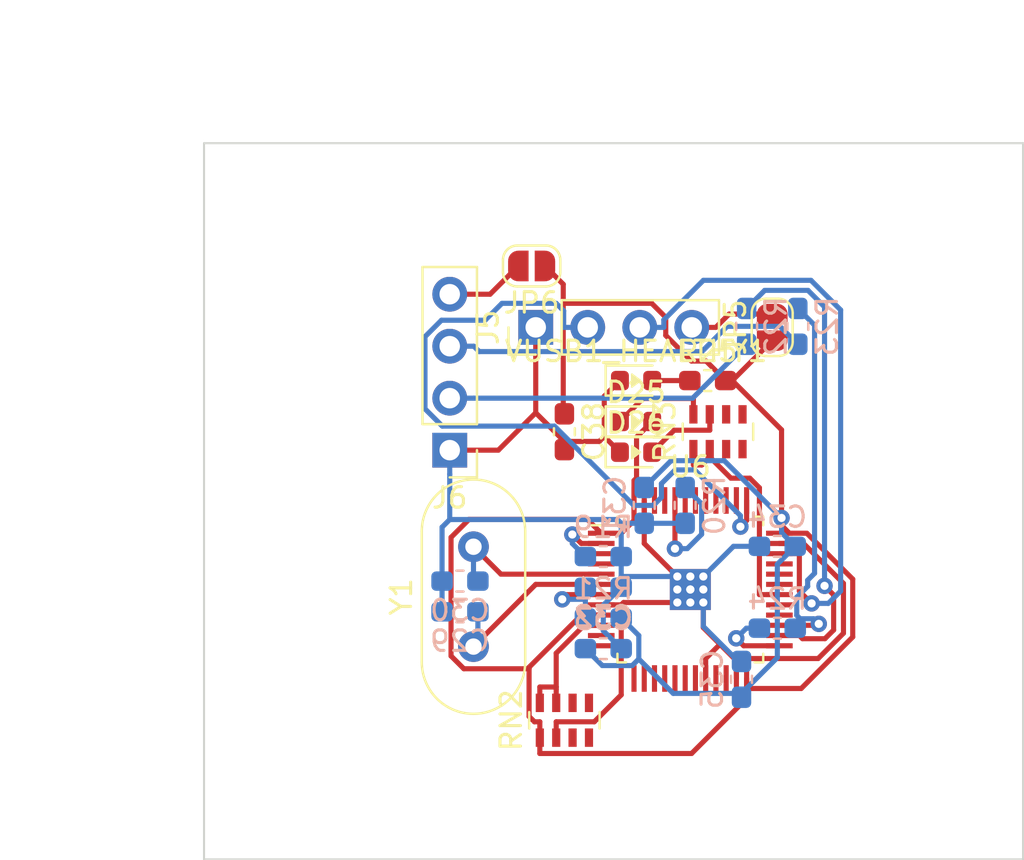
<source format=kicad_pcb>
(kicad_pcb (version 20171130) (host pcbnew 5.1.2-f72e74a~84~ubuntu18.04.1)

  (general
    (thickness 1.6)
    (drawings 10)
    (tracks 252)
    (zones 0)
    (modules 26)
    (nets 24)
  )

  (page A4)
  (layers
    (0 F.Cu signal)
    (31 B.Cu signal)
    (32 B.Adhes user)
    (33 F.Adhes user)
    (34 B.Paste user)
    (35 F.Paste user)
    (36 B.SilkS user)
    (37 F.SilkS user)
    (38 B.Mask user)
    (39 F.Mask user)
    (40 Dwgs.User user)
    (41 Cmts.User user)
    (42 Eco1.User user)
    (43 Eco2.User user)
    (44 Edge.Cuts user)
    (45 Margin user)
    (46 B.CrtYd user)
    (47 F.CrtYd user)
    (48 B.Fab user)
    (49 F.Fab user)
  )

  (setup
    (last_trace_width 0.25)
    (trace_clearance 0.2)
    (zone_clearance 0.508)
    (zone_45_only no)
    (trace_min 0.2)
    (via_size 0.8)
    (via_drill 0.4)
    (via_min_size 0.4)
    (via_min_drill 0.3)
    (uvia_size 0.3)
    (uvia_drill 0.1)
    (uvias_allowed no)
    (uvia_min_size 0.2)
    (uvia_min_drill 0.1)
    (edge_width 0.1)
    (segment_width 0.2)
    (pcb_text_width 0.3)
    (pcb_text_size 1.5 1.5)
    (mod_edge_width 0.15)
    (mod_text_size 1 1)
    (mod_text_width 0.15)
    (pad_size 1.524 1.524)
    (pad_drill 0.762)
    (pad_to_mask_clearance 0)
    (aux_axis_origin 0 0)
    (visible_elements FFFFFF7F)
    (pcbplotparams
      (layerselection 0x010fc_ffffffff)
      (usegerberextensions false)
      (usegerberattributes false)
      (usegerberadvancedattributes false)
      (creategerberjobfile false)
      (excludeedgelayer true)
      (linewidth 0.100000)
      (plotframeref false)
      (viasonmask false)
      (mode 1)
      (useauxorigin false)
      (hpglpennumber 1)
      (hpglpenspeed 20)
      (hpglpendiameter 15.000000)
      (psnegative false)
      (psa4output false)
      (plotreference true)
      (plotvalue true)
      (plotinvisibletext false)
      (padsonsilk false)
      (subtractmaskfromsilk false)
      (outputformat 1)
      (mirror false)
      (drillshape 1)
      (scaleselection 1)
      (outputdirectory ""))
  )

  (net 0 "")
  (net 1 "Net-(C29-Pad2)")
  (net 2 GND)
  (net 3 "Net-(C30-Pad2)")
  (net 4 Vstm32_stlink)
  (net 5 "Net-(C32-Pad1)")
  (net 6 "Net-(D25-Pad1)")
  (net 7 "Net-(D26-Pad2)")
  (net 8 "Net-(J5-Pad4)")
  (net 9 /SWDIO)
  (net 10 /SWCLK)
  (net 11 "Net-(J6-Pad4)")
  (net 12 /D_SWDIO)
  (net 13 /D_SWCLK)
  (net 14 "Net-(R19-Pad2)")
  (net 15 "Net-(R20-Pad2)")
  (net 16 /T_JTCK)
  (net 17 /T_JTMS)
  (net 18 "Net-(R24-Pad2)")
  (net 19 "Net-(R25-Pad1)")
  (net 20 "Net-(RN2-Pad7)")
  (net 21 /LED_STLINK)
  (net 22 /USB_P)
  (net 23 /USB_N)

  (net_class Default "This is the default net class."
    (clearance 0.2)
    (trace_width 0.25)
    (via_dia 0.8)
    (via_drill 0.4)
    (uvia_dia 0.3)
    (uvia_drill 0.1)
    (add_net /D_SWCLK)
    (add_net /D_SWDIO)
    (add_net /LED_STLINK)
    (add_net /SWCLK)
    (add_net /SWDIO)
    (add_net /T_JTCK)
    (add_net /T_JTMS)
    (add_net /USB_N)
    (add_net /USB_P)
    (add_net GND)
    (add_net "Net-(C29-Pad2)")
    (add_net "Net-(C30-Pad2)")
    (add_net "Net-(C32-Pad1)")
    (add_net "Net-(D25-Pad1)")
    (add_net "Net-(D26-Pad2)")
    (add_net "Net-(J5-Pad4)")
    (add_net "Net-(J6-Pad4)")
    (add_net "Net-(R19-Pad2)")
    (add_net "Net-(R20-Pad2)")
    (add_net "Net-(R24-Pad2)")
    (add_net "Net-(R25-Pad1)")
    (add_net "Net-(RN2-Pad7)")
    (add_net Vstm32_stlink)
  )

  (module footprint-lib:STM32F103C8T6 (layer F.Cu) (tedit 5CF40894) (tstamp 5CF51E5C)
    (at 53.75 31.81)
    (descr "48 LEAD LQFP 7x7mm (see MICREL LQFP7x7-48LD-PL-1.pdf) STM32F103C8T6")
    (tags STM32F103C8T6)
    (path /5CF69ABD)
    (clearance 0.2)
    (attr smd)
    (fp_text reference U6 (at 0 -6) (layer F.SilkS)
      (effects (font (size 1 1) (thickness 0.15)))
    )
    (fp_text value STM32F103C8T6_rect (at 0 6) (layer F.Fab)
      (effects (font (size 1 1) (thickness 0.15)))
    )
    (fp_line (start 3.13 3.75) (end 3.75 3.75) (layer F.CrtYd) (width 0.05))
    (fp_line (start 3.75 3.13) (end 3.75 3.75) (layer F.CrtYd) (width 0.05))
    (fp_line (start 3.13 5.25) (end 3.13 3.75) (layer F.CrtYd) (width 0.05))
    (fp_text user %R (at 0 0) (layer F.Fab)
      (effects (font (size 1 1) (thickness 0.15)))
    )
    (fp_line (start -2.5 -3.5) (end 3.5 -3.5) (layer F.Fab) (width 0.1))
    (fp_line (start 3.5 -3.5) (end 3.5 3.5) (layer F.Fab) (width 0.1))
    (fp_line (start 3.5 3.5) (end -3.5 3.5) (layer F.Fab) (width 0.1))
    (fp_line (start -3.5 3.5) (end -3.5 -2.5) (layer F.Fab) (width 0.1))
    (fp_line (start -3.5 -2.5) (end -2.5 -3.5) (layer F.Fab) (width 0.1))
    (fp_line (start -5.25 -3.13) (end -5.25 3.13) (layer F.CrtYd) (width 0.05))
    (fp_line (start 5.25 -3.13) (end 5.25 3.13) (layer F.CrtYd) (width 0.05))
    (fp_line (start -3.13 -5.25) (end 3.13 -5.25) (layer F.CrtYd) (width 0.05))
    (fp_line (start -3.13 5.25) (end 3.13 5.25) (layer F.CrtYd) (width 0.05))
    (fp_line (start 3.56 -3.56) (end 3.56 -3.14) (layer F.SilkS) (width 0.12))
    (fp_line (start 3.56 3.56) (end 3.56 3.14) (layer F.SilkS) (width 0.12))
    (fp_line (start -3.56 3.56) (end -3.56 3.14) (layer F.SilkS) (width 0.12))
    (fp_line (start -3.56 -3.56) (end -3.14 -3.56) (layer F.SilkS) (width 0.12))
    (fp_line (start 3.56 3.56) (end 3.14 3.56) (layer F.SilkS) (width 0.12))
    (fp_line (start 3.56 -3.56) (end 3.14 -3.56) (layer F.SilkS) (width 0.12))
    (fp_line (start -3.56 -3.14) (end -4.94 -3.14) (layer F.SilkS) (width 0.12))
    (fp_line (start -3.56 -3.56) (end -3.56 -3.14) (layer F.SilkS) (width 0.12))
    (fp_line (start -3.56 3.56) (end -3.14 3.56) (layer F.SilkS) (width 0.12))
    (fp_line (start 3.75 3.13) (end 5.25 3.13) (layer F.CrtYd) (width 0.05))
    (fp_line (start 3.75 -3.13) (end 5.25 -3.13) (layer F.CrtYd) (width 0.05))
    (fp_line (start 3.13 -3.75) (end 3.13 -5.25) (layer F.CrtYd) (width 0.05))
    (fp_line (start -3.13 -3.75) (end -3.13 -5.25) (layer F.CrtYd) (width 0.05))
    (fp_line (start -3.75 -3.13) (end -5.25 -3.13) (layer F.CrtYd) (width 0.05))
    (fp_line (start -3.75 3.13) (end -5.25 3.13) (layer F.CrtYd) (width 0.05))
    (fp_line (start -3.13 3.75) (end -3.13 5.25) (layer F.CrtYd) (width 0.05))
    (fp_line (start 3.13 -3.75) (end 3.75 -3.75) (layer F.CrtYd) (width 0.05))
    (fp_line (start 3.75 -3.13) (end 3.75 -3.75) (layer F.CrtYd) (width 0.05))
    (fp_line (start -3.75 3.13) (end -3.75 3.75) (layer F.CrtYd) (width 0.05))
    (fp_line (start -3.13 3.75) (end -3.75 3.75) (layer F.CrtYd) (width 0.05))
    (fp_line (start -3.75 -3.13) (end -3.75 -3.75) (layer F.CrtYd) (width 0.05))
    (fp_line (start -3.13 -3.75) (end -3.75 -3.75) (layer F.CrtYd) (width 0.05))
    (pad 1 smd rect (at -4.35 -2.75) (size 1.3 0.25) (layers F.Cu F.Paste F.Mask)
      (net 4 Vstm32_stlink))
    (pad 2 smd rect (at -4.35 -2.25) (size 1.3 0.25) (layers F.Cu F.Paste F.Mask)
      (net 14 "Net-(R19-Pad2)"))
    (pad 3 smd rect (at -4.35 -1.75) (size 1.3 0.25) (layers F.Cu F.Paste F.Mask))
    (pad 4 smd rect (at -4.35 -1.25) (size 1.3 0.25) (layers F.Cu F.Paste F.Mask))
    (pad 5 smd rect (at -4.35 -0.75) (size 1.3 0.25) (layers F.Cu F.Paste F.Mask)
      (net 3 "Net-(C30-Pad2)"))
    (pad 6 smd rect (at -4.35 -0.25) (size 1.3 0.25) (layers F.Cu F.Paste F.Mask)
      (net 1 "Net-(C29-Pad2)"))
    (pad 7 smd rect (at -4.35 0.25) (size 1.3 0.25) (layers F.Cu F.Paste F.Mask)
      (net 5 "Net-(C32-Pad1)"))
    (pad 8 smd rect (at -4.35 0.75) (size 1.3 0.25) (layers F.Cu F.Paste F.Mask)
      (net 2 GND))
    (pad 9 smd rect (at -4.35 1.25) (size 1.3 0.25) (layers F.Cu F.Paste F.Mask)
      (net 4 Vstm32_stlink))
    (pad 10 smd rect (at -4.35 1.75) (size 1.3 0.25) (layers F.Cu F.Paste F.Mask)
      (net 20 "Net-(RN2-Pad7)"))
    (pad 11 smd rect (at -4.35 2.25) (size 1.3 0.25) (layers F.Cu F.Paste F.Mask))
    (pad 12 smd rect (at -4.35 2.75) (size 1.3 0.25) (layers F.Cu F.Paste F.Mask))
    (pad 13 smd rect (at -2.75 4.35 90) (size 1.3 0.25) (layers F.Cu F.Paste F.Mask))
    (pad 14 smd rect (at -2.25 4.35 90) (size 1.3 0.25) (layers F.Cu F.Paste F.Mask))
    (pad 15 smd rect (at -1.75 4.35 90) (size 1.3 0.25) (layers F.Cu F.Paste F.Mask))
    (pad 16 smd rect (at -1.25 4.35 90) (size 1.3 0.25) (layers F.Cu F.Paste F.Mask))
    (pad 17 smd rect (at -0.75 4.35 90) (size 1.3 0.25) (layers F.Cu F.Paste F.Mask))
    (pad 18 smd rect (at -0.25 4.35 90) (size 1.3 0.25) (layers F.Cu F.Paste F.Mask))
    (pad 19 smd rect (at 0.25 4.35 90) (size 1.3 0.25) (layers F.Cu F.Paste F.Mask))
    (pad 20 smd rect (at 0.75 4.35 90) (size 1.3 0.25) (layers F.Cu F.Paste F.Mask)
      (net 2 GND))
    (pad 21 smd rect (at 1.25 4.35 90) (size 1.3 0.25) (layers F.Cu F.Paste F.Mask))
    (pad 22 smd rect (at 1.75 4.35 90) (size 1.3 0.25) (layers F.Cu F.Paste F.Mask))
    (pad 23 smd rect (at 2.25 4.35 90) (size 1.3 0.25) (layers F.Cu F.Paste F.Mask)
      (net 2 GND))
    (pad 24 smd rect (at 2.75 4.35 90) (size 1.3 0.25) (layers F.Cu F.Paste F.Mask)
      (net 4 Vstm32_stlink))
    (pad 25 smd rect (at 4.35 2.75) (size 1.3 0.25) (layers F.Cu F.Paste F.Mask)
      (net 18 "Net-(R24-Pad2)"))
    (pad 26 smd rect (at 4.35 2.25) (size 1.3 0.25) (layers F.Cu F.Paste F.Mask)
      (net 16 /T_JTCK))
    (pad 27 smd rect (at 4.35 1.75) (size 1.3 0.25) (layers F.Cu F.Paste F.Mask)
      (net 17 /T_JTMS))
    (pad 28 smd rect (at 4.35 1.25) (size 1.3 0.25) (layers F.Cu F.Paste F.Mask))
    (pad 29 smd rect (at 4.35 0.75) (size 1.3 0.25) (layers F.Cu F.Paste F.Mask))
    (pad 30 smd rect (at 4.35 0.25) (size 1.3 0.25) (layers F.Cu F.Paste F.Mask)
      (net 21 /LED_STLINK))
    (pad 31 smd rect (at 4.35 -0.25) (size 1.3 0.25) (layers F.Cu F.Paste F.Mask))
    (pad 32 smd rect (at 4.35 -0.75) (size 1.3 0.25) (layers F.Cu F.Paste F.Mask)
      (net 23 /USB_N))
    (pad 33 smd rect (at 4.35 -1.25) (size 1.3 0.25) (layers F.Cu F.Paste F.Mask)
      (net 22 /USB_P))
    (pad 34 smd rect (at 4.35 -1.75) (size 1.3 0.25) (layers F.Cu F.Paste F.Mask)
      (net 9 /SWDIO))
    (pad 35 smd rect (at 4.35 -2.25) (size 1.3 0.25) (layers F.Cu F.Paste F.Mask)
      (net 2 GND))
    (pad 36 smd rect (at 4.35 -2.75) (size 1.3 0.25) (layers F.Cu F.Paste F.Mask)
      (net 4 Vstm32_stlink))
    (pad 37 smd rect (at 2.75 -4.35 90) (size 1.3 0.25) (layers F.Cu F.Paste F.Mask)
      (net 10 /SWCLK))
    (pad 38 smd rect (at 2.25 -4.35 90) (size 1.3 0.25) (layers F.Cu F.Paste F.Mask))
    (pad 39 smd rect (at 1.75 -4.35 90) (size 1.3 0.25) (layers F.Cu F.Paste F.Mask))
    (pad 40 smd rect (at 1.25 -4.35 90) (size 1.3 0.25) (layers F.Cu F.Paste F.Mask))
    (pad 41 smd rect (at 0.75 -4.35 90) (size 1.3 0.25) (layers F.Cu F.Paste F.Mask))
    (pad 42 smd rect (at 0.25 -4.35 90) (size 1.3 0.25) (layers F.Cu F.Paste F.Mask))
    (pad 43 smd rect (at -0.25 -4.35 90) (size 1.3 0.25) (layers F.Cu F.Paste F.Mask))
    (pad 44 smd rect (at -0.75 -4.35 90) (size 1.3 0.25) (layers F.Cu F.Paste F.Mask)
      (net 15 "Net-(R20-Pad2)"))
    (pad 45 smd rect (at -1.25 -4.35 90) (size 1.3 0.25) (layers F.Cu F.Paste F.Mask))
    (pad 46 smd rect (at -1.75 -4.35 90) (size 1.3 0.25) (layers F.Cu F.Paste F.Mask))
    (pad 47 smd rect (at -2.25 -4.35 90) (size 1.3 0.25) (layers F.Cu F.Paste F.Mask)
      (net 2 GND))
    (pad 48 smd rect (at -2.75 -4.35 90) (size 1.3 0.25) (layers F.Cu F.Paste F.Mask)
      (net 4 Vstm32_stlink))
    (pad 47 thru_hole rect (at 0 0) (size 2 2) (drill 0.4) (layers *.Cu)
      (net 2 GND))
    (pad 47 thru_hole circle (at -0.635 -0.635) (size 0.5 0.5) (drill 0.4) (layers *.Cu)
      (net 2 GND))
    (pad 47 thru_hole circle (at 0 -0.635) (size 0.5 0.5) (drill 0.4) (layers *.Cu)
      (net 2 GND))
    (pad 47 thru_hole circle (at 0.635 -0.635) (size 0.5 0.5) (drill 0.4) (layers *.Cu)
      (net 2 GND))
    (pad 47 thru_hole circle (at -0.635 0) (size 0.5 0.5) (drill 0.4) (layers *.Cu)
      (net 2 GND))
    (pad 47 thru_hole circle (at 0 0) (size 0.5 0.5) (drill 0.4) (layers *.Cu)
      (net 2 GND))
    (pad 47 thru_hole circle (at 0.635 0) (size 0.5 0.5) (drill 0.4) (layers *.Cu)
      (net 2 GND))
    (pad 47 thru_hole circle (at -0.635 0.635) (size 0.5 0.5) (drill 0.4) (layers *.Cu)
      (net 2 GND))
    (pad 47 thru_hole circle (at 0 0.635) (size 0.5 0.5) (drill 0.4) (layers *.Cu)
      (net 2 GND))
    (pad 47 thru_hole circle (at 0.635 0.635) (size 0.5 0.5) (drill 0.4) (layers *.Cu)
      (net 2 GND))
    (model ${KISYS3DMOD}/Package_QFP.3dshapes/LQFP-48_7x7mm_P0.5mm.wrl
      (at (xyz 0 0 0))
      (scale (xyz 1 1 1))
      (rotate (xyz 0 0 0))
    )
  )

  (module Crystal:Crystal_HC49-4H_Vertical (layer F.Cu) (tedit 5A1AD3B7) (tstamp 5CF52184)
    (at 43.16 34.6 90)
    (descr "Crystal THT HC-49-4H http://5hertz.com/pdfs/04404_D.pdf")
    (tags "THT crystalHC-49-4H")
    (path /5CFCED11)
    (fp_text reference Y1 (at 2.44 -3.525 90) (layer F.SilkS)
      (effects (font (size 1 1) (thickness 0.15)))
    )
    (fp_text value O_8M (at 2.44 3.525 90) (layer F.Fab)
      (effects (font (size 1 1) (thickness 0.15)))
    )
    (fp_arc (start 5.64 0) (end 5.64 -2.525) (angle 180) (layer F.SilkS) (width 0.12))
    (fp_arc (start -0.76 0) (end -0.76 -2.525) (angle -180) (layer F.SilkS) (width 0.12))
    (fp_arc (start 5.44 0) (end 5.44 -2) (angle 180) (layer F.Fab) (width 0.1))
    (fp_arc (start -0.56 0) (end -0.56 -2) (angle -180) (layer F.Fab) (width 0.1))
    (fp_arc (start 5.64 0) (end 5.64 -2.325) (angle 180) (layer F.Fab) (width 0.1))
    (fp_arc (start -0.76 0) (end -0.76 -2.325) (angle -180) (layer F.Fab) (width 0.1))
    (fp_line (start 8.5 -2.8) (end -3.6 -2.8) (layer F.CrtYd) (width 0.05))
    (fp_line (start 8.5 2.8) (end 8.5 -2.8) (layer F.CrtYd) (width 0.05))
    (fp_line (start -3.6 2.8) (end 8.5 2.8) (layer F.CrtYd) (width 0.05))
    (fp_line (start -3.6 -2.8) (end -3.6 2.8) (layer F.CrtYd) (width 0.05))
    (fp_line (start -0.76 2.525) (end 5.64 2.525) (layer F.SilkS) (width 0.12))
    (fp_line (start -0.76 -2.525) (end 5.64 -2.525) (layer F.SilkS) (width 0.12))
    (fp_line (start -0.56 2) (end 5.44 2) (layer F.Fab) (width 0.1))
    (fp_line (start -0.56 -2) (end 5.44 -2) (layer F.Fab) (width 0.1))
    (fp_line (start -0.76 2.325) (end 5.64 2.325) (layer F.Fab) (width 0.1))
    (fp_line (start -0.76 -2.325) (end 5.64 -2.325) (layer F.Fab) (width 0.1))
    (fp_text user %R (at 2.44 0 90) (layer F.Fab)
      (effects (font (size 1 1) (thickness 0.15)))
    )
    (pad 2 thru_hole circle (at 4.88 0 90) (size 1.5 1.5) (drill 0.8) (layers *.Cu *.Mask)
      (net 3 "Net-(C30-Pad2)"))
    (pad 1 thru_hole circle (at 0 0 90) (size 1.5 1.5) (drill 0.8) (layers *.Cu *.Mask)
      (net 1 "Net-(C29-Pad2)"))
    (model ${KISYS3DMOD}/Crystal.3dshapes/Crystal_HC49-4H_Vertical.wrl
      (at (xyz 0 0 0))
      (scale (xyz 1 1 1))
      (rotate (xyz 0 0 0))
    )
  )

  (module footprint-lib:LED_0603_1608Metric (layer F.Cu) (tedit 5CE3E319) (tstamp 5CF51C26)
    (at 51.1 21.6)
    (descr "LED SMD 0603 (1608 Metric), square (rectangular) end terminal, IPC_7351 nominal, (Body size source: http://www.tortai-tech.com/upload/download/2011102023233369053.pdf), generated with kicad-footprint-generator")
    (tags diode)
    (path /5CFBD867)
    (attr smd)
    (fp_text reference VUSB1_HEALTHY1 (at 0 -1.43) (layer F.SilkS)
      (effects (font (size 1 1) (thickness 0.15)))
    )
    (fp_text value LED_GREEN,0603 (at 0 1.43) (layer F.Fab)
      (effects (font (size 1 1) (thickness 0.15)))
    )
    (fp_line (start 0.1 0) (end -0.1 0) (layer F.SilkS) (width 0.2))
    (fp_line (start -0.05 0.1) (end -0.05 -0.1) (layer F.SilkS) (width 0.1))
    (fp_line (start -0.2 -0.3) (end -0.2 0.3) (layer F.SilkS) (width 0.1))
    (fp_line (start 0.2 0) (end -0.2 -0.3) (layer F.SilkS) (width 0.1))
    (fp_line (start -0.1 -0.2) (end -0.1 0.2) (layer F.SilkS) (width 0.1))
    (fp_line (start -0.2 0.3) (end 0.2 0) (layer F.SilkS) (width 0.1))
    (fp_line (start 0.8 -0.4) (end -0.5 -0.4) (layer F.Fab) (width 0.1))
    (fp_line (start -0.5 -0.4) (end -0.8 -0.1) (layer F.Fab) (width 0.1))
    (fp_line (start -0.8 -0.1) (end -0.8 0.4) (layer F.Fab) (width 0.1))
    (fp_line (start -0.8 0.4) (end 0.8 0.4) (layer F.Fab) (width 0.1))
    (fp_line (start 0.8 0.4) (end 0.8 -0.4) (layer F.Fab) (width 0.1))
    (fp_line (start 0.8 -0.735) (end -1.485 -0.735) (layer F.SilkS) (width 0.12))
    (fp_line (start -1.485 -0.735) (end -1.485 0.735) (layer F.SilkS) (width 0.12))
    (fp_line (start -1.485 0.735) (end 0.8 0.735) (layer F.SilkS) (width 0.12))
    (fp_line (start -1.48 0.73) (end -1.48 -0.73) (layer F.CrtYd) (width 0.05))
    (fp_line (start -1.48 -0.73) (end 1.48 -0.73) (layer F.CrtYd) (width 0.05))
    (fp_line (start 1.48 -0.73) (end 1.48 0.73) (layer F.CrtYd) (width 0.05))
    (fp_line (start 1.48 0.73) (end -1.48 0.73) (layer F.CrtYd) (width 0.05))
    (fp_text user %R (at 0 0) (layer F.Fab)
      (effects (font (size 0.4 0.4) (thickness 0.06)))
    )
    (pad 1 smd roundrect (at -0.7875 0) (size 0.875 0.95) (layers F.Cu F.Paste F.Mask) (roundrect_rratio 0.25)
      (net 2 GND))
    (pad 2 smd roundrect (at 0.7875 0) (size 0.875 0.95) (layers F.Cu F.Paste F.Mask) (roundrect_rratio 0.25)
      (net 19 "Net-(R25-Pad1)"))
    (model ${KISYS3DMOD}/LED_SMD.3dshapes/LED_0603_1608Metric.wrl
      (at (xyz 0 0 0))
      (scale (xyz 1 1 1))
      (rotate (xyz 0 0 0))
    )
  )

  (module Resistor_SMD:R_Array_Concave_4x0603 (layer F.Cu) (tedit 58E0A85E) (tstamp 5CF51B3A)
    (at 55.1 24.1 90)
    (descr "Thick Film Chip Resistor Array, Wave soldering, Vishay CRA06P (see cra06p.pdf)")
    (tags "resistor array")
    (path /5D0FD752)
    (attr smd)
    (fp_text reference RN3 (at 0 -2.6 90) (layer F.SilkS)
      (effects (font (size 1 1) (thickness 0.15)))
    )
    (fp_text value RN_221,0603 (at 0 2.6 90) (layer F.Fab)
      (effects (font (size 1 1) (thickness 0.15)))
    )
    (fp_line (start 1.55 1.87) (end -1.55 1.87) (layer F.CrtYd) (width 0.05))
    (fp_line (start 1.55 1.87) (end 1.55 -1.88) (layer F.CrtYd) (width 0.05))
    (fp_line (start -1.55 -1.88) (end -1.55 1.87) (layer F.CrtYd) (width 0.05))
    (fp_line (start -1.55 -1.88) (end 1.55 -1.88) (layer F.CrtYd) (width 0.05))
    (fp_line (start 0.4 -1.72) (end -0.4 -1.72) (layer F.SilkS) (width 0.12))
    (fp_line (start 0.4 1.72) (end -0.4 1.72) (layer F.SilkS) (width 0.12))
    (fp_line (start -0.8 1.6) (end -0.8 -1.6) (layer F.Fab) (width 0.1))
    (fp_line (start 0.8 1.6) (end -0.8 1.6) (layer F.Fab) (width 0.1))
    (fp_line (start 0.8 -1.6) (end 0.8 1.6) (layer F.Fab) (width 0.1))
    (fp_line (start -0.8 -1.6) (end 0.8 -1.6) (layer F.Fab) (width 0.1))
    (fp_text user %R (at 0 0) (layer F.Fab)
      (effects (font (size 0.5 0.5) (thickness 0.075)))
    )
    (pad 5 smd rect (at 0.85 1.2 90) (size 0.9 0.4) (layers F.Cu F.Paste F.Mask))
    (pad 6 smd rect (at 0.85 0.4 90) (size 0.9 0.4) (layers F.Cu F.Paste F.Mask))
    (pad 7 smd rect (at 0.85 -0.4 90) (size 0.9 0.4) (layers F.Cu F.Paste F.Mask)
      (net 7 "Net-(D26-Pad2)"))
    (pad 8 smd rect (at 0.85 -1.2 90) (size 0.9 0.4) (layers F.Cu F.Paste F.Mask)
      (net 6 "Net-(D25-Pad1)"))
    (pad 4 smd rect (at -0.85 1.2 90) (size 0.9 0.4) (layers F.Cu F.Paste F.Mask))
    (pad 1 smd rect (at -0.85 -1.2 90) (size 0.9 0.4) (layers F.Cu F.Paste F.Mask)
      (net 21 /LED_STLINK))
    (pad 3 smd rect (at -0.85 0.4 90) (size 0.9 0.4) (layers F.Cu F.Paste F.Mask))
    (pad 2 smd rect (at -0.85 -0.4 90) (size 0.9 0.4) (layers F.Cu F.Paste F.Mask)
      (net 21 /LED_STLINK))
    (model ${KISYS3DMOD}/Resistor_SMD.3dshapes/R_Array_Concave_4x0603.wrl
      (at (xyz 0 0 0))
      (scale (xyz 1 1 1))
      (rotate (xyz 0 0 0))
    )
  )

  (module Resistor_SMD:R_Array_Concave_4x0603 (layer F.Cu) (tedit 58E0A85E) (tstamp 5CF51F32)
    (at 47.6 38.2 90)
    (descr "Thick Film Chip Resistor Array, Wave soldering, Vishay CRA06P (see cra06p.pdf)")
    (tags "resistor array")
    (path /5D1C71FE)
    (attr smd)
    (fp_text reference RN2 (at 0 -2.6 90) (layer F.SilkS)
      (effects (font (size 1 1) (thickness 0.15)))
    )
    (fp_text value RN_472,0603 (at 0 2.6 90) (layer F.Fab)
      (effects (font (size 1 1) (thickness 0.15)))
    )
    (fp_line (start 1.55 1.87) (end -1.55 1.87) (layer F.CrtYd) (width 0.05))
    (fp_line (start 1.55 1.87) (end 1.55 -1.88) (layer F.CrtYd) (width 0.05))
    (fp_line (start -1.55 -1.88) (end -1.55 1.87) (layer F.CrtYd) (width 0.05))
    (fp_line (start -1.55 -1.88) (end 1.55 -1.88) (layer F.CrtYd) (width 0.05))
    (fp_line (start 0.4 -1.72) (end -0.4 -1.72) (layer F.SilkS) (width 0.12))
    (fp_line (start 0.4 1.72) (end -0.4 1.72) (layer F.SilkS) (width 0.12))
    (fp_line (start -0.8 1.6) (end -0.8 -1.6) (layer F.Fab) (width 0.1))
    (fp_line (start 0.8 1.6) (end -0.8 1.6) (layer F.Fab) (width 0.1))
    (fp_line (start 0.8 -1.6) (end 0.8 1.6) (layer F.Fab) (width 0.1))
    (fp_line (start -0.8 -1.6) (end 0.8 -1.6) (layer F.Fab) (width 0.1))
    (fp_text user %R (at 0 0) (layer F.Fab)
      (effects (font (size 0.5 0.5) (thickness 0.075)))
    )
    (pad 5 smd rect (at 0.85 1.2 90) (size 0.9 0.4) (layers F.Cu F.Paste F.Mask))
    (pad 6 smd rect (at 0.85 0.4 90) (size 0.9 0.4) (layers F.Cu F.Paste F.Mask))
    (pad 7 smd rect (at 0.85 -0.4 90) (size 0.9 0.4) (layers F.Cu F.Paste F.Mask)
      (net 20 "Net-(RN2-Pad7)"))
    (pad 8 smd rect (at 0.85 -1.2 90) (size 0.9 0.4) (layers F.Cu F.Paste F.Mask)
      (net 20 "Net-(RN2-Pad7)"))
    (pad 4 smd rect (at -0.85 1.2 90) (size 0.9 0.4) (layers F.Cu F.Paste F.Mask))
    (pad 1 smd rect (at -0.85 -1.2 90) (size 0.9 0.4) (layers F.Cu F.Paste F.Mask)
      (net 4 Vstm32_stlink))
    (pad 3 smd rect (at -0.85 0.4 90) (size 0.9 0.4) (layers F.Cu F.Paste F.Mask))
    (pad 2 smd rect (at -0.85 -0.4 90) (size 0.9 0.4) (layers F.Cu F.Paste F.Mask)
      (net 2 GND))
    (model ${KISYS3DMOD}/Resistor_SMD.3dshapes/R_Array_Concave_4x0603.wrl
      (at (xyz 0 0 0))
      (scale (xyz 1 1 1))
      (rotate (xyz 0 0 0))
    )
  )

  (module Resistor_SMD:R_0603_1608Metric_Pad1.05x0.95mm_HandSolder (layer F.Cu) (tedit 5B301BBD) (tstamp 5CF51A9E)
    (at 54.6 21.6)
    (descr "Resistor SMD 0603 (1608 Metric), square (rectangular) end terminal, IPC_7351 nominal with elongated pad for handsoldering. (Body size source: http://www.tortai-tech.com/upload/download/2011102023233369053.pdf), generated with kicad-footprint-generator")
    (tags "resistor handsolder")
    (path /5CFBD85D)
    (attr smd)
    (fp_text reference R25 (at 0 -1.43) (layer F.SilkS)
      (effects (font (size 1 1) (thickness 0.15)))
    )
    (fp_text value R221,0603 (at 0 1.43) (layer F.Fab)
      (effects (font (size 1 1) (thickness 0.15)))
    )
    (fp_text user %R (at 0 0) (layer F.Fab)
      (effects (font (size 0.4 0.4) (thickness 0.06)))
    )
    (fp_line (start 1.65 0.73) (end -1.65 0.73) (layer F.CrtYd) (width 0.05))
    (fp_line (start 1.65 -0.73) (end 1.65 0.73) (layer F.CrtYd) (width 0.05))
    (fp_line (start -1.65 -0.73) (end 1.65 -0.73) (layer F.CrtYd) (width 0.05))
    (fp_line (start -1.65 0.73) (end -1.65 -0.73) (layer F.CrtYd) (width 0.05))
    (fp_line (start -0.171267 0.51) (end 0.171267 0.51) (layer F.SilkS) (width 0.12))
    (fp_line (start -0.171267 -0.51) (end 0.171267 -0.51) (layer F.SilkS) (width 0.12))
    (fp_line (start 0.8 0.4) (end -0.8 0.4) (layer F.Fab) (width 0.1))
    (fp_line (start 0.8 -0.4) (end 0.8 0.4) (layer F.Fab) (width 0.1))
    (fp_line (start -0.8 -0.4) (end 0.8 -0.4) (layer F.Fab) (width 0.1))
    (fp_line (start -0.8 0.4) (end -0.8 -0.4) (layer F.Fab) (width 0.1))
    (pad 2 smd roundrect (at 0.875 0) (size 1.05 0.95) (layers F.Cu F.Paste F.Mask) (roundrect_rratio 0.25)
      (net 4 Vstm32_stlink))
    (pad 1 smd roundrect (at -0.875 0) (size 1.05 0.95) (layers F.Cu F.Paste F.Mask) (roundrect_rratio 0.25)
      (net 19 "Net-(R25-Pad1)"))
    (model ${KISYS3DMOD}/Resistor_SMD.3dshapes/R_0603_1608Metric.wrl
      (at (xyz 0 0 0))
      (scale (xyz 1 1 1))
      (rotate (xyz 0 0 0))
    )
  )

  (module Resistor_SMD:R_0603_1608Metric_Pad1.05x0.95mm_HandSolder (layer B.Cu) (tedit 5B301BBD) (tstamp 5CF520EE)
    (at 58 33.7 180)
    (descr "Resistor SMD 0603 (1608 Metric), square (rectangular) end terminal, IPC_7351 nominal with elongated pad for handsoldering. (Body size source: http://www.tortai-tech.com/upload/download/2011102023233369053.pdf), generated with kicad-footprint-generator")
    (tags "resistor handsolder")
    (path /5D01B120)
    (attr smd)
    (fp_text reference R24 (at 0 1.43) (layer B.SilkS)
      (effects (font (size 1 1) (thickness 0.15)) (justify mirror))
    )
    (fp_text value R101,0603 (at 0 -1.43) (layer B.Fab)
      (effects (font (size 1 1) (thickness 0.15)) (justify mirror))
    )
    (fp_text user %R (at 0 0) (layer B.Fab)
      (effects (font (size 0.4 0.4) (thickness 0.06)) (justify mirror))
    )
    (fp_line (start 1.65 -0.73) (end -1.65 -0.73) (layer B.CrtYd) (width 0.05))
    (fp_line (start 1.65 0.73) (end 1.65 -0.73) (layer B.CrtYd) (width 0.05))
    (fp_line (start -1.65 0.73) (end 1.65 0.73) (layer B.CrtYd) (width 0.05))
    (fp_line (start -1.65 -0.73) (end -1.65 0.73) (layer B.CrtYd) (width 0.05))
    (fp_line (start -0.171267 -0.51) (end 0.171267 -0.51) (layer B.SilkS) (width 0.12))
    (fp_line (start -0.171267 0.51) (end 0.171267 0.51) (layer B.SilkS) (width 0.12))
    (fp_line (start 0.8 -0.4) (end -0.8 -0.4) (layer B.Fab) (width 0.1))
    (fp_line (start 0.8 0.4) (end 0.8 -0.4) (layer B.Fab) (width 0.1))
    (fp_line (start -0.8 0.4) (end 0.8 0.4) (layer B.Fab) (width 0.1))
    (fp_line (start -0.8 -0.4) (end -0.8 0.4) (layer B.Fab) (width 0.1))
    (pad 2 smd roundrect (at 0.875 0 180) (size 1.05 0.95) (layers B.Cu B.Paste B.Mask) (roundrect_rratio 0.25)
      (net 18 "Net-(R24-Pad2)"))
    (pad 1 smd roundrect (at -0.875 0 180) (size 1.05 0.95) (layers B.Cu B.Paste B.Mask) (roundrect_rratio 0.25)
      (net 17 /T_JTMS))
    (model ${KISYS3DMOD}/Resistor_SMD.3dshapes/R_0603_1608Metric.wrl
      (at (xyz 0 0 0))
      (scale (xyz 1 1 1))
      (rotate (xyz 0 0 0))
    )
  )

  (module Resistor_SMD:R_0603_1608Metric_Pad1.05x0.95mm_HandSolder (layer B.Cu) (tedit 5B301BBD) (tstamp 5CF51A29)
    (at 59 18.95 90)
    (descr "Resistor SMD 0603 (1608 Metric), square (rectangular) end terminal, IPC_7351 nominal with elongated pad for handsoldering. (Body size source: http://www.tortai-tech.com/upload/download/2011102023233369053.pdf), generated with kicad-footprint-generator")
    (tags "resistor handsolder")
    (path /5D16E129)
    (attr smd)
    (fp_text reference R23 (at 0 1.43 270) (layer B.SilkS)
      (effects (font (size 1 1) (thickness 0.15)) (justify mirror))
    )
    (fp_text value R220,0603 (at 0 -1.43 270) (layer B.Fab)
      (effects (font (size 1 1) (thickness 0.15)) (justify mirror))
    )
    (fp_text user %R (at 0 0 270) (layer B.Fab)
      (effects (font (size 0.4 0.4) (thickness 0.06)) (justify mirror))
    )
    (fp_line (start 1.65 -0.73) (end -1.65 -0.73) (layer B.CrtYd) (width 0.05))
    (fp_line (start 1.65 0.73) (end 1.65 -0.73) (layer B.CrtYd) (width 0.05))
    (fp_line (start -1.65 0.73) (end 1.65 0.73) (layer B.CrtYd) (width 0.05))
    (fp_line (start -1.65 -0.73) (end -1.65 0.73) (layer B.CrtYd) (width 0.05))
    (fp_line (start -0.171267 -0.51) (end 0.171267 -0.51) (layer B.SilkS) (width 0.12))
    (fp_line (start -0.171267 0.51) (end 0.171267 0.51) (layer B.SilkS) (width 0.12))
    (fp_line (start 0.8 -0.4) (end -0.8 -0.4) (layer B.Fab) (width 0.1))
    (fp_line (start 0.8 0.4) (end 0.8 -0.4) (layer B.Fab) (width 0.1))
    (fp_line (start -0.8 0.4) (end 0.8 0.4) (layer B.Fab) (width 0.1))
    (fp_line (start -0.8 -0.4) (end -0.8 0.4) (layer B.Fab) (width 0.1))
    (pad 2 smd roundrect (at 0.875 0 90) (size 1.05 0.95) (layers B.Cu B.Paste B.Mask) (roundrect_rratio 0.25)
      (net 17 /T_JTMS))
    (pad 1 smd roundrect (at -0.875 0 90) (size 1.05 0.95) (layers B.Cu B.Paste B.Mask) (roundrect_rratio 0.25)
      (net 12 /D_SWDIO))
    (model ${KISYS3DMOD}/Resistor_SMD.3dshapes/R_0603_1608Metric.wrl
      (at (xyz 0 0 0))
      (scale (xyz 1 1 1))
      (rotate (xyz 0 0 0))
    )
  )

  (module Resistor_SMD:R_0603_1608Metric_Pad1.05x0.95mm_HandSolder (layer B.Cu) (tedit 5B301BBD) (tstamp 5CF51BA6)
    (at 56.5 18.95 90)
    (descr "Resistor SMD 0603 (1608 Metric), square (rectangular) end terminal, IPC_7351 nominal with elongated pad for handsoldering. (Body size source: http://www.tortai-tech.com/upload/download/2011102023233369053.pdf), generated with kicad-footprint-generator")
    (tags "resistor handsolder")
    (path /5D16DE99)
    (attr smd)
    (fp_text reference R22 (at 0 1.43 270) (layer B.SilkS)
      (effects (font (size 1 1) (thickness 0.15)) (justify mirror))
    )
    (fp_text value R220,0603 (at 0 -1.43 270) (layer B.Fab)
      (effects (font (size 1 1) (thickness 0.15)) (justify mirror))
    )
    (fp_text user %R (at 0 0 270) (layer B.Fab)
      (effects (font (size 0.4 0.4) (thickness 0.06)) (justify mirror))
    )
    (fp_line (start 1.65 -0.73) (end -1.65 -0.73) (layer B.CrtYd) (width 0.05))
    (fp_line (start 1.65 0.73) (end 1.65 -0.73) (layer B.CrtYd) (width 0.05))
    (fp_line (start -1.65 0.73) (end 1.65 0.73) (layer B.CrtYd) (width 0.05))
    (fp_line (start -1.65 -0.73) (end -1.65 0.73) (layer B.CrtYd) (width 0.05))
    (fp_line (start -0.171267 -0.51) (end 0.171267 -0.51) (layer B.SilkS) (width 0.12))
    (fp_line (start -0.171267 0.51) (end 0.171267 0.51) (layer B.SilkS) (width 0.12))
    (fp_line (start 0.8 -0.4) (end -0.8 -0.4) (layer B.Fab) (width 0.1))
    (fp_line (start 0.8 0.4) (end 0.8 -0.4) (layer B.Fab) (width 0.1))
    (fp_line (start -0.8 0.4) (end 0.8 0.4) (layer B.Fab) (width 0.1))
    (fp_line (start -0.8 -0.4) (end -0.8 0.4) (layer B.Fab) (width 0.1))
    (pad 2 smd roundrect (at 0.875 0 90) (size 1.05 0.95) (layers B.Cu B.Paste B.Mask) (roundrect_rratio 0.25)
      (net 16 /T_JTCK))
    (pad 1 smd roundrect (at -0.875 0 90) (size 1.05 0.95) (layers B.Cu B.Paste B.Mask) (roundrect_rratio 0.25)
      (net 13 /D_SWCLK))
    (model ${KISYS3DMOD}/Resistor_SMD.3dshapes/R_0603_1608Metric.wrl
      (at (xyz 0 0 0))
      (scale (xyz 1 1 1))
      (rotate (xyz 0 0 0))
    )
  )

  (module Resistor_SMD:R_0603_1608Metric_Pad1.05x0.95mm_HandSolder (layer B.Cu) (tedit 5B301BBD) (tstamp 5CF5208E)
    (at 49.5 33.2 180)
    (descr "Resistor SMD 0603 (1608 Metric), square (rectangular) end terminal, IPC_7351 nominal with elongated pad for handsoldering. (Body size source: http://www.tortai-tech.com/upload/download/2011102023233369053.pdf), generated with kicad-footprint-generator")
    (tags "resistor handsolder")
    (path /5CFDD43F)
    (attr smd)
    (fp_text reference R21 (at 0 1.43) (layer B.SilkS)
      (effects (font (size 1 1) (thickness 0.15)) (justify mirror))
    )
    (fp_text value R104,0603 (at 0 -1.43) (layer B.Fab)
      (effects (font (size 1 1) (thickness 0.15)) (justify mirror))
    )
    (fp_text user %R (at 0 0) (layer B.Fab)
      (effects (font (size 0.4 0.4) (thickness 0.06)) (justify mirror))
    )
    (fp_line (start 1.65 -0.73) (end -1.65 -0.73) (layer B.CrtYd) (width 0.05))
    (fp_line (start 1.65 0.73) (end 1.65 -0.73) (layer B.CrtYd) (width 0.05))
    (fp_line (start -1.65 0.73) (end 1.65 0.73) (layer B.CrtYd) (width 0.05))
    (fp_line (start -1.65 -0.73) (end -1.65 0.73) (layer B.CrtYd) (width 0.05))
    (fp_line (start -0.171267 -0.51) (end 0.171267 -0.51) (layer B.SilkS) (width 0.12))
    (fp_line (start -0.171267 0.51) (end 0.171267 0.51) (layer B.SilkS) (width 0.12))
    (fp_line (start 0.8 -0.4) (end -0.8 -0.4) (layer B.Fab) (width 0.1))
    (fp_line (start 0.8 0.4) (end 0.8 -0.4) (layer B.Fab) (width 0.1))
    (fp_line (start -0.8 0.4) (end 0.8 0.4) (layer B.Fab) (width 0.1))
    (fp_line (start -0.8 -0.4) (end -0.8 0.4) (layer B.Fab) (width 0.1))
    (pad 2 smd roundrect (at 0.875 0 180) (size 1.05 0.95) (layers B.Cu B.Paste B.Mask) (roundrect_rratio 0.25)
      (net 5 "Net-(C32-Pad1)"))
    (pad 1 smd roundrect (at -0.875 0 180) (size 1.05 0.95) (layers B.Cu B.Paste B.Mask) (roundrect_rratio 0.25)
      (net 4 Vstm32_stlink))
    (model ${KISYS3DMOD}/Resistor_SMD.3dshapes/R_0603_1608Metric.wrl
      (at (xyz 0 0 0))
      (scale (xyz 1 1 1))
      (rotate (xyz 0 0 0))
    )
  )

  (module Resistor_SMD:R_0603_1608Metric_Pad1.05x0.95mm_HandSolder (layer B.Cu) (tedit 5B301BBD) (tstamp 5CF5205E)
    (at 53.5 27.7 90)
    (descr "Resistor SMD 0603 (1608 Metric), square (rectangular) end terminal, IPC_7351 nominal with elongated pad for handsoldering. (Body size source: http://www.tortai-tech.com/upload/download/2011102023233369053.pdf), generated with kicad-footprint-generator")
    (tags "resistor handsolder")
    (path /5D055937)
    (attr smd)
    (fp_text reference R20 (at 0 1.43 90) (layer B.SilkS)
      (effects (font (size 1 1) (thickness 0.15)) (justify mirror))
    )
    (fp_text value R104,0603 (at 0 -1.43 90) (layer B.Fab)
      (effects (font (size 1 1) (thickness 0.15)) (justify mirror))
    )
    (fp_text user %R (at 0 0 90) (layer B.Fab)
      (effects (font (size 0.4 0.4) (thickness 0.06)) (justify mirror))
    )
    (fp_line (start 1.65 -0.73) (end -1.65 -0.73) (layer B.CrtYd) (width 0.05))
    (fp_line (start 1.65 0.73) (end 1.65 -0.73) (layer B.CrtYd) (width 0.05))
    (fp_line (start -1.65 0.73) (end 1.65 0.73) (layer B.CrtYd) (width 0.05))
    (fp_line (start -1.65 -0.73) (end -1.65 0.73) (layer B.CrtYd) (width 0.05))
    (fp_line (start -0.171267 -0.51) (end 0.171267 -0.51) (layer B.SilkS) (width 0.12))
    (fp_line (start -0.171267 0.51) (end 0.171267 0.51) (layer B.SilkS) (width 0.12))
    (fp_line (start 0.8 -0.4) (end -0.8 -0.4) (layer B.Fab) (width 0.1))
    (fp_line (start 0.8 0.4) (end 0.8 -0.4) (layer B.Fab) (width 0.1))
    (fp_line (start -0.8 0.4) (end 0.8 0.4) (layer B.Fab) (width 0.1))
    (fp_line (start -0.8 -0.4) (end -0.8 0.4) (layer B.Fab) (width 0.1))
    (pad 2 smd roundrect (at 0.875 0 90) (size 1.05 0.95) (layers B.Cu B.Paste B.Mask) (roundrect_rratio 0.25)
      (net 15 "Net-(R20-Pad2)"))
    (pad 1 smd roundrect (at -0.875 0 90) (size 1.05 0.95) (layers B.Cu B.Paste B.Mask) (roundrect_rratio 0.25)
      (net 2 GND))
    (model ${KISYS3DMOD}/Resistor_SMD.3dshapes/R_0603_1608Metric.wrl
      (at (xyz 0 0 0))
      (scale (xyz 1 1 1))
      (rotate (xyz 0 0 0))
    )
  )

  (module Resistor_SMD:R_0603_1608Metric_Pad1.05x0.95mm_HandSolder (layer B.Cu) (tedit 5B301BBD) (tstamp 5CF520BE)
    (at 49.5 30.2 180)
    (descr "Resistor SMD 0603 (1608 Metric), square (rectangular) end terminal, IPC_7351 nominal with elongated pad for handsoldering. (Body size source: http://www.tortai-tech.com/upload/download/2011102023233369053.pdf), generated with kicad-footprint-generator")
    (tags "resistor handsolder")
    (path /5CFCBCD5)
    (attr smd)
    (fp_text reference R19 (at 0 1.43) (layer B.SilkS)
      (effects (font (size 1 1) (thickness 0.15)) (justify mirror))
    )
    (fp_text value R104,0603 (at 0 -1.43) (layer B.Fab)
      (effects (font (size 1 1) (thickness 0.15)) (justify mirror))
    )
    (fp_text user %R (at 0 0) (layer B.Fab)
      (effects (font (size 0.4 0.4) (thickness 0.06)) (justify mirror))
    )
    (fp_line (start 1.65 -0.73) (end -1.65 -0.73) (layer B.CrtYd) (width 0.05))
    (fp_line (start 1.65 0.73) (end 1.65 -0.73) (layer B.CrtYd) (width 0.05))
    (fp_line (start -1.65 0.73) (end 1.65 0.73) (layer B.CrtYd) (width 0.05))
    (fp_line (start -1.65 -0.73) (end -1.65 0.73) (layer B.CrtYd) (width 0.05))
    (fp_line (start -0.171267 -0.51) (end 0.171267 -0.51) (layer B.SilkS) (width 0.12))
    (fp_line (start -0.171267 0.51) (end 0.171267 0.51) (layer B.SilkS) (width 0.12))
    (fp_line (start 0.8 -0.4) (end -0.8 -0.4) (layer B.Fab) (width 0.1))
    (fp_line (start 0.8 0.4) (end 0.8 -0.4) (layer B.Fab) (width 0.1))
    (fp_line (start -0.8 0.4) (end 0.8 0.4) (layer B.Fab) (width 0.1))
    (fp_line (start -0.8 -0.4) (end -0.8 0.4) (layer B.Fab) (width 0.1))
    (pad 2 smd roundrect (at 0.875 0 180) (size 1.05 0.95) (layers B.Cu B.Paste B.Mask) (roundrect_rratio 0.25)
      (net 14 "Net-(R19-Pad2)"))
    (pad 1 smd roundrect (at -0.875 0 180) (size 1.05 0.95) (layers B.Cu B.Paste B.Mask) (roundrect_rratio 0.25)
      (net 2 GND))
    (model ${KISYS3DMOD}/Resistor_SMD.3dshapes/R_0603_1608Metric.wrl
      (at (xyz 0 0 0))
      (scale (xyz 1 1 1))
      (rotate (xyz 0 0 0))
    )
  )

  (module Jumper:SolderJumper-2_P1.3mm_Open_RoundedPad1.0x1.5mm (layer F.Cu) (tedit 5B391E66) (tstamp 5CF51ACF)
    (at 46 16 180)
    (descr "SMD Solder Jumper, 1x1.5mm, rounded Pads, 0.3mm gap, open")
    (tags "solder jumper open")
    (path /5D166FFC)
    (attr virtual)
    (fp_text reference JP6 (at 0 -1.8) (layer F.SilkS)
      (effects (font (size 1 1) (thickness 0.15)))
    )
    (fp_text value SWD_SWD_EN (at 0 1.9) (layer F.Fab)
      (effects (font (size 1 1) (thickness 0.15)))
    )
    (fp_line (start 1.65 1.25) (end -1.65 1.25) (layer F.CrtYd) (width 0.05))
    (fp_line (start 1.65 1.25) (end 1.65 -1.25) (layer F.CrtYd) (width 0.05))
    (fp_line (start -1.65 -1.25) (end -1.65 1.25) (layer F.CrtYd) (width 0.05))
    (fp_line (start -1.65 -1.25) (end 1.65 -1.25) (layer F.CrtYd) (width 0.05))
    (fp_line (start -0.7 -1) (end 0.7 -1) (layer F.SilkS) (width 0.12))
    (fp_line (start 1.4 -0.3) (end 1.4 0.3) (layer F.SilkS) (width 0.12))
    (fp_line (start 0.7 1) (end -0.7 1) (layer F.SilkS) (width 0.12))
    (fp_line (start -1.4 0.3) (end -1.4 -0.3) (layer F.SilkS) (width 0.12))
    (fp_arc (start -0.7 -0.3) (end -0.7 -1) (angle -90) (layer F.SilkS) (width 0.12))
    (fp_arc (start -0.7 0.3) (end -1.4 0.3) (angle -90) (layer F.SilkS) (width 0.12))
    (fp_arc (start 0.7 0.3) (end 0.7 1) (angle -90) (layer F.SilkS) (width 0.12))
    (fp_arc (start 0.7 -0.3) (end 1.4 -0.3) (angle -90) (layer F.SilkS) (width 0.12))
    (pad 2 smd custom (at 0.65 0 180) (size 1 0.5) (layers F.Cu F.Mask)
      (net 11 "Net-(J6-Pad4)") (zone_connect 2)
      (options (clearance outline) (anchor rect))
      (primitives
        (gr_circle (center 0 0.25) (end 0.5 0.25) (width 0))
        (gr_circle (center 0 -0.25) (end 0.5 -0.25) (width 0))
        (gr_poly (pts
           (xy 0 -0.75) (xy -0.5 -0.75) (xy -0.5 0.75) (xy 0 0.75)) (width 0))
      ))
    (pad 1 smd custom (at -0.65 0 180) (size 1 0.5) (layers F.Cu F.Mask)
      (net 4 Vstm32_stlink) (zone_connect 2)
      (options (clearance outline) (anchor rect))
      (primitives
        (gr_circle (center 0 0.25) (end 0.5 0.25) (width 0))
        (gr_circle (center 0 -0.25) (end 0.5 -0.25) (width 0))
        (gr_poly (pts
           (xy 0 -0.75) (xy 0.5 -0.75) (xy 0.5 0.75) (xy 0 0.75)) (width 0))
      ))
  )

  (module Jumper:SolderJumper-2_P1.3mm_Open_RoundedPad1.0x1.5mm (layer F.Cu) (tedit 5B391E66) (tstamp 5CF51B02)
    (at 57.75 19 90)
    (descr "SMD Solder Jumper, 1x1.5mm, rounded Pads, 0.3mm gap, open")
    (tags "solder jumper open")
    (path /5D196ACA)
    (attr virtual)
    (fp_text reference JP5 (at 0 -1.8 90) (layer F.SilkS)
      (effects (font (size 1 1) (thickness 0.15)))
    )
    (fp_text value SWD_3V3_EN (at 0 1.9 90) (layer F.Fab)
      (effects (font (size 1 1) (thickness 0.15)))
    )
    (fp_line (start 1.65 1.25) (end -1.65 1.25) (layer F.CrtYd) (width 0.05))
    (fp_line (start 1.65 1.25) (end 1.65 -1.25) (layer F.CrtYd) (width 0.05))
    (fp_line (start -1.65 -1.25) (end -1.65 1.25) (layer F.CrtYd) (width 0.05))
    (fp_line (start -1.65 -1.25) (end 1.65 -1.25) (layer F.CrtYd) (width 0.05))
    (fp_line (start -0.7 -1) (end 0.7 -1) (layer F.SilkS) (width 0.12))
    (fp_line (start 1.4 -0.3) (end 1.4 0.3) (layer F.SilkS) (width 0.12))
    (fp_line (start 0.7 1) (end -0.7 1) (layer F.SilkS) (width 0.12))
    (fp_line (start -1.4 0.3) (end -1.4 -0.3) (layer F.SilkS) (width 0.12))
    (fp_arc (start -0.7 -0.3) (end -0.7 -1) (angle -90) (layer F.SilkS) (width 0.12))
    (fp_arc (start -0.7 0.3) (end -1.4 0.3) (angle -90) (layer F.SilkS) (width 0.12))
    (fp_arc (start 0.7 0.3) (end 0.7 1) (angle -90) (layer F.SilkS) (width 0.12))
    (fp_arc (start 0.7 -0.3) (end 1.4 -0.3) (angle -90) (layer F.SilkS) (width 0.12))
    (pad 2 smd custom (at 0.65 0 90) (size 1 0.5) (layers F.Cu F.Mask)
      (net 8 "Net-(J5-Pad4)") (zone_connect 2)
      (options (clearance outline) (anchor rect))
      (primitives
        (gr_circle (center 0 0.25) (end 0.5 0.25) (width 0))
        (gr_circle (center 0 -0.25) (end 0.5 -0.25) (width 0))
        (gr_poly (pts
           (xy 0 -0.75) (xy -0.5 -0.75) (xy -0.5 0.75) (xy 0 0.75)) (width 0))
      ))
    (pad 1 smd custom (at -0.65 0 90) (size 1 0.5) (layers F.Cu F.Mask)
      (net 4 Vstm32_stlink) (zone_connect 2)
      (options (clearance outline) (anchor rect))
      (primitives
        (gr_circle (center 0 0.25) (end 0.5 0.25) (width 0))
        (gr_circle (center 0 -0.25) (end 0.5 -0.25) (width 0))
        (gr_poly (pts
           (xy 0 -0.75) (xy 0.5 -0.75) (xy 0.5 0.75) (xy 0 0.75)) (width 0))
      ))
  )

  (module footprint-lib:BLUEPILL_SWD (layer F.Cu) (tedit 5CD43E0C) (tstamp 5CF51A60)
    (at 42 25 180)
    (descr "BLUEPILL SWD TERMINAL")
    (tags "BLUEPILL SWD STM32")
    (path /5D156281)
    (fp_text reference J6 (at 0 -2.33) (layer F.SilkS)
      (effects (font (size 1 1) (thickness 0.15)))
    )
    (fp_text value SWD_SWD (at 0 9.95) (layer F.Fab)
      (effects (font (size 1 1) (thickness 0.15)))
    )
    (fp_text user %R (at 0 3.81 90) (layer F.Fab)
      (effects (font (size 1 1) (thickness 0.15)))
    )
    (fp_line (start 1.8 -1.8) (end -1.8 -1.8) (layer F.CrtYd) (width 0.05))
    (fp_line (start 1.8 9.4) (end 1.8 -1.8) (layer F.CrtYd) (width 0.05))
    (fp_line (start -1.8 9.4) (end 1.8 9.4) (layer F.CrtYd) (width 0.05))
    (fp_line (start -1.8 -1.8) (end -1.8 9.4) (layer F.CrtYd) (width 0.05))
    (fp_line (start -1.33 -1.33) (end 0 -1.33) (layer F.SilkS) (width 0.12))
    (fp_line (start -1.33 0) (end -1.33 -1.33) (layer F.SilkS) (width 0.12))
    (fp_line (start -1.33 1.27) (end 1.33 1.27) (layer F.SilkS) (width 0.12))
    (fp_line (start 1.33 1.27) (end 1.33 8.95) (layer F.SilkS) (width 0.12))
    (fp_line (start -1.33 1.27) (end -1.33 8.95) (layer F.SilkS) (width 0.12))
    (fp_line (start -1.33 8.95) (end 1.33 8.95) (layer F.SilkS) (width 0.12))
    (fp_line (start -1.27 -0.635) (end -0.635 -1.27) (layer F.Fab) (width 0.1))
    (fp_line (start -1.27 8.89) (end -1.27 -0.635) (layer F.Fab) (width 0.1))
    (fp_line (start 1.27 8.89) (end -1.27 8.89) (layer F.Fab) (width 0.1))
    (fp_line (start 1.27 -1.27) (end 1.27 8.89) (layer F.Fab) (width 0.1))
    (fp_line (start -0.635 -1.27) (end 1.27 -1.27) (layer F.Fab) (width 0.1))
    (pad 4 thru_hole oval (at 0 7.62 180) (size 1.7 1.7) (drill 1) (layers *.Cu *.Mask)
      (net 11 "Net-(J6-Pad4)"))
    (pad 3 thru_hole oval (at 0 5.08 180) (size 1.7 1.7) (drill 1) (layers *.Cu *.Mask)
      (net 12 /D_SWDIO))
    (pad 2 thru_hole oval (at 0 2.54 180) (size 1.7 1.7) (drill 1) (layers *.Cu *.Mask)
      (net 13 /D_SWCLK))
    (pad 1 thru_hole rect (at 0 0 180) (size 1.7 1.7) (drill 1) (layers *.Cu *.Mask)
      (net 2 GND))
    (model ${KISYS3DMOD}/Connector_PinHeader_2.54mm.3dshapes/PinHeader_1x04_P2.54mm_Vertical.wrl
      (at (xyz 0 0 0))
      (scale (xyz 1 1 1))
      (rotate (xyz 0 0 0))
    )
  )

  (module footprint-lib:BLUEPILL_SWD (layer F.Cu) (tedit 5CD43E0C) (tstamp 5CF519A3)
    (at 46.2 19 90)
    (descr "BLUEPILL SWD TERMINAL")
    (tags "BLUEPILL SWD STM32")
    (path /5D085742)
    (fp_text reference J5 (at 0 -2.33 90) (layer F.SilkS)
      (effects (font (size 1 1) (thickness 0.15)))
    )
    (fp_text value SWD_SWD (at 0 9.95 90) (layer F.Fab)
      (effects (font (size 1 1) (thickness 0.15)))
    )
    (fp_text user %R (at 0 3.81) (layer F.Fab)
      (effects (font (size 1 1) (thickness 0.15)))
    )
    (fp_line (start 1.8 -1.8) (end -1.8 -1.8) (layer F.CrtYd) (width 0.05))
    (fp_line (start 1.8 9.4) (end 1.8 -1.8) (layer F.CrtYd) (width 0.05))
    (fp_line (start -1.8 9.4) (end 1.8 9.4) (layer F.CrtYd) (width 0.05))
    (fp_line (start -1.8 -1.8) (end -1.8 9.4) (layer F.CrtYd) (width 0.05))
    (fp_line (start -1.33 -1.33) (end 0 -1.33) (layer F.SilkS) (width 0.12))
    (fp_line (start -1.33 0) (end -1.33 -1.33) (layer F.SilkS) (width 0.12))
    (fp_line (start -1.33 1.27) (end 1.33 1.27) (layer F.SilkS) (width 0.12))
    (fp_line (start 1.33 1.27) (end 1.33 8.95) (layer F.SilkS) (width 0.12))
    (fp_line (start -1.33 1.27) (end -1.33 8.95) (layer F.SilkS) (width 0.12))
    (fp_line (start -1.33 8.95) (end 1.33 8.95) (layer F.SilkS) (width 0.12))
    (fp_line (start -1.27 -0.635) (end -0.635 -1.27) (layer F.Fab) (width 0.1))
    (fp_line (start -1.27 8.89) (end -1.27 -0.635) (layer F.Fab) (width 0.1))
    (fp_line (start 1.27 8.89) (end -1.27 8.89) (layer F.Fab) (width 0.1))
    (fp_line (start 1.27 -1.27) (end 1.27 8.89) (layer F.Fab) (width 0.1))
    (fp_line (start -0.635 -1.27) (end 1.27 -1.27) (layer F.Fab) (width 0.1))
    (pad 4 thru_hole oval (at 0 7.62 90) (size 1.7 1.7) (drill 1) (layers *.Cu *.Mask)
      (net 8 "Net-(J5-Pad4)"))
    (pad 3 thru_hole oval (at 0 5.08 90) (size 1.7 1.7) (drill 1) (layers *.Cu *.Mask)
      (net 9 /SWDIO))
    (pad 2 thru_hole oval (at 0 2.54 90) (size 1.7 1.7) (drill 1) (layers *.Cu *.Mask)
      (net 10 /SWCLK))
    (pad 1 thru_hole rect (at 0 0 90) (size 1.7 1.7) (drill 1) (layers *.Cu *.Mask)
      (net 2 GND))
    (model ${KISYS3DMOD}/Connector_PinHeader_2.54mm.3dshapes/PinHeader_1x04_P2.54mm_Vertical.wrl
      (at (xyz 0 0 0))
      (scale (xyz 1 1 1))
      (rotate (xyz 0 0 0))
    )
  )

  (module footprint-lib:LED_0603_1608Metric (layer F.Cu) (tedit 5CE3E319) (tstamp 5CF51BDE)
    (at 51.1 25.1)
    (descr "LED SMD 0603 (1608 Metric), square (rectangular) end terminal, IPC_7351 nominal, (Body size source: http://www.tortai-tech.com/upload/download/2011102023233369053.pdf), generated with kicad-footprint-generator")
    (tags diode)
    (path /5D0FE744)
    (attr smd)
    (fp_text reference D26 (at 0 -1.43) (layer F.SilkS)
      (effects (font (size 1 1) (thickness 0.15)))
    )
    (fp_text value LED_RED,0603 (at 0 1.43) (layer F.Fab)
      (effects (font (size 1 1) (thickness 0.15)))
    )
    (fp_line (start 0.1 0) (end -0.1 0) (layer F.SilkS) (width 0.2))
    (fp_line (start -0.05 0.1) (end -0.05 -0.1) (layer F.SilkS) (width 0.1))
    (fp_line (start -0.2 -0.3) (end -0.2 0.3) (layer F.SilkS) (width 0.1))
    (fp_line (start 0.2 0) (end -0.2 -0.3) (layer F.SilkS) (width 0.1))
    (fp_line (start -0.1 -0.2) (end -0.1 0.2) (layer F.SilkS) (width 0.1))
    (fp_line (start -0.2 0.3) (end 0.2 0) (layer F.SilkS) (width 0.1))
    (fp_line (start 0.8 -0.4) (end -0.5 -0.4) (layer F.Fab) (width 0.1))
    (fp_line (start -0.5 -0.4) (end -0.8 -0.1) (layer F.Fab) (width 0.1))
    (fp_line (start -0.8 -0.1) (end -0.8 0.4) (layer F.Fab) (width 0.1))
    (fp_line (start -0.8 0.4) (end 0.8 0.4) (layer F.Fab) (width 0.1))
    (fp_line (start 0.8 0.4) (end 0.8 -0.4) (layer F.Fab) (width 0.1))
    (fp_line (start 0.8 -0.735) (end -1.485 -0.735) (layer F.SilkS) (width 0.12))
    (fp_line (start -1.485 -0.735) (end -1.485 0.735) (layer F.SilkS) (width 0.12))
    (fp_line (start -1.485 0.735) (end 0.8 0.735) (layer F.SilkS) (width 0.12))
    (fp_line (start -1.48 0.73) (end -1.48 -0.73) (layer F.CrtYd) (width 0.05))
    (fp_line (start -1.48 -0.73) (end 1.48 -0.73) (layer F.CrtYd) (width 0.05))
    (fp_line (start 1.48 -0.73) (end 1.48 0.73) (layer F.CrtYd) (width 0.05))
    (fp_line (start 1.48 0.73) (end -1.48 0.73) (layer F.CrtYd) (width 0.05))
    (fp_text user %R (at 0 0) (layer F.Fab)
      (effects (font (size 0.4 0.4) (thickness 0.06)))
    )
    (pad 1 smd roundrect (at -0.7875 0) (size 0.875 0.95) (layers F.Cu F.Paste F.Mask) (roundrect_rratio 0.25)
      (net 2 GND))
    (pad 2 smd roundrect (at 0.7875 0) (size 0.875 0.95) (layers F.Cu F.Paste F.Mask) (roundrect_rratio 0.25)
      (net 7 "Net-(D26-Pad2)"))
    (model ${KISYS3DMOD}/LED_SMD.3dshapes/LED_0603_1608Metric.wrl
      (at (xyz 0 0 0))
      (scale (xyz 1 1 1))
      (rotate (xyz 0 0 0))
    )
  )

  (module footprint-lib:LED_0603_1608Metric (layer F.Cu) (tedit 5CE3E319) (tstamp 5CF519E9)
    (at 51.1 23.6)
    (descr "LED SMD 0603 (1608 Metric), square (rectangular) end terminal, IPC_7351 nominal, (Body size source: http://www.tortai-tech.com/upload/download/2011102023233369053.pdf), generated with kicad-footprint-generator")
    (tags diode)
    (path /5D0FE13F)
    (attr smd)
    (fp_text reference D25 (at 0 -1.43) (layer F.SilkS)
      (effects (font (size 1 1) (thickness 0.15)))
    )
    (fp_text value LED_GREEN,0603 (at 0 1.43) (layer F.Fab)
      (effects (font (size 1 1) (thickness 0.15)))
    )
    (fp_line (start 0.1 0) (end -0.1 0) (layer F.SilkS) (width 0.2))
    (fp_line (start -0.05 0.1) (end -0.05 -0.1) (layer F.SilkS) (width 0.1))
    (fp_line (start -0.2 -0.3) (end -0.2 0.3) (layer F.SilkS) (width 0.1))
    (fp_line (start 0.2 0) (end -0.2 -0.3) (layer F.SilkS) (width 0.1))
    (fp_line (start -0.1 -0.2) (end -0.1 0.2) (layer F.SilkS) (width 0.1))
    (fp_line (start -0.2 0.3) (end 0.2 0) (layer F.SilkS) (width 0.1))
    (fp_line (start 0.8 -0.4) (end -0.5 -0.4) (layer F.Fab) (width 0.1))
    (fp_line (start -0.5 -0.4) (end -0.8 -0.1) (layer F.Fab) (width 0.1))
    (fp_line (start -0.8 -0.1) (end -0.8 0.4) (layer F.Fab) (width 0.1))
    (fp_line (start -0.8 0.4) (end 0.8 0.4) (layer F.Fab) (width 0.1))
    (fp_line (start 0.8 0.4) (end 0.8 -0.4) (layer F.Fab) (width 0.1))
    (fp_line (start 0.8 -0.735) (end -1.485 -0.735) (layer F.SilkS) (width 0.12))
    (fp_line (start -1.485 -0.735) (end -1.485 0.735) (layer F.SilkS) (width 0.12))
    (fp_line (start -1.485 0.735) (end 0.8 0.735) (layer F.SilkS) (width 0.12))
    (fp_line (start -1.48 0.73) (end -1.48 -0.73) (layer F.CrtYd) (width 0.05))
    (fp_line (start -1.48 -0.73) (end 1.48 -0.73) (layer F.CrtYd) (width 0.05))
    (fp_line (start 1.48 -0.73) (end 1.48 0.73) (layer F.CrtYd) (width 0.05))
    (fp_line (start 1.48 0.73) (end -1.48 0.73) (layer F.CrtYd) (width 0.05))
    (fp_text user %R (at 0 0) (layer F.Fab)
      (effects (font (size 0.4 0.4) (thickness 0.06)))
    )
    (pad 1 smd roundrect (at -0.7875 0) (size 0.875 0.95) (layers F.Cu F.Paste F.Mask) (roundrect_rratio 0.25)
      (net 6 "Net-(D25-Pad1)"))
    (pad 2 smd roundrect (at 0.7875 0) (size 0.875 0.95) (layers F.Cu F.Paste F.Mask) (roundrect_rratio 0.25)
      (net 4 Vstm32_stlink))
    (model ${KISYS3DMOD}/LED_SMD.3dshapes/LED_0603_1608Metric.wrl
      (at (xyz 0 0 0))
      (scale (xyz 1 1 1))
      (rotate (xyz 0 0 0))
    )
  )

  (module Capacitor_SMD:C_0603_1608Metric_Pad1.05x0.95mm_HandSolder (layer F.Cu) (tedit 5B301BBE) (tstamp 5CF51B76)
    (at 47.6 24.1 270)
    (descr "Capacitor SMD 0603 (1608 Metric), square (rectangular) end terminal, IPC_7351 nominal with elongated pad for handsoldering. (Body size source: http://www.tortai-tech.com/upload/download/2011102023233369053.pdf), generated with kicad-footprint-generator")
    (tags "capacitor handsolder")
    (path /5CF5CD0D)
    (attr smd)
    (fp_text reference C38 (at 0 -1.43 90) (layer F.SilkS)
      (effects (font (size 1 1) (thickness 0.15)))
    )
    (fp_text value C105 (at 0 1.43 90) (layer F.Fab)
      (effects (font (size 1 1) (thickness 0.15)))
    )
    (fp_text user %R (at 0 0 90) (layer F.Fab)
      (effects (font (size 0.4 0.4) (thickness 0.06)))
    )
    (fp_line (start 1.65 0.73) (end -1.65 0.73) (layer F.CrtYd) (width 0.05))
    (fp_line (start 1.65 -0.73) (end 1.65 0.73) (layer F.CrtYd) (width 0.05))
    (fp_line (start -1.65 -0.73) (end 1.65 -0.73) (layer F.CrtYd) (width 0.05))
    (fp_line (start -1.65 0.73) (end -1.65 -0.73) (layer F.CrtYd) (width 0.05))
    (fp_line (start -0.171267 0.51) (end 0.171267 0.51) (layer F.SilkS) (width 0.12))
    (fp_line (start -0.171267 -0.51) (end 0.171267 -0.51) (layer F.SilkS) (width 0.12))
    (fp_line (start 0.8 0.4) (end -0.8 0.4) (layer F.Fab) (width 0.1))
    (fp_line (start 0.8 -0.4) (end 0.8 0.4) (layer F.Fab) (width 0.1))
    (fp_line (start -0.8 -0.4) (end 0.8 -0.4) (layer F.Fab) (width 0.1))
    (fp_line (start -0.8 0.4) (end -0.8 -0.4) (layer F.Fab) (width 0.1))
    (pad 2 smd roundrect (at 0.875 0 270) (size 1.05 0.95) (layers F.Cu F.Paste F.Mask) (roundrect_rratio 0.25)
      (net 2 GND))
    (pad 1 smd roundrect (at -0.875 0 270) (size 1.05 0.95) (layers F.Cu F.Paste F.Mask) (roundrect_rratio 0.25)
      (net 4 Vstm32_stlink))
    (model ${KISYS3DMOD}/Capacitor_SMD.3dshapes/C_0603_1608Metric.wrl
      (at (xyz 0 0 0))
      (scale (xyz 1 1 1))
      (rotate (xyz 0 0 0))
    )
  )

  (module Capacitor_SMD:C_0603_1608Metric_Pad1.05x0.95mm_HandSolder (layer B.Cu) (tedit 5B301BBE) (tstamp 5CF51F9E)
    (at 56.25 36.2 270)
    (descr "Capacitor SMD 0603 (1608 Metric), square (rectangular) end terminal, IPC_7351 nominal with elongated pad for handsoldering. (Body size source: http://www.tortai-tech.com/upload/download/2011102023233369053.pdf), generated with kicad-footprint-generator")
    (tags "capacitor handsolder")
    (path /5D0075F6)
    (attr smd)
    (fp_text reference C35 (at 0 1.43 90) (layer B.SilkS)
      (effects (font (size 1 1) (thickness 0.15)) (justify mirror))
    )
    (fp_text value C104,0603 (at 0 -1.43 90) (layer B.Fab)
      (effects (font (size 1 1) (thickness 0.15)) (justify mirror))
    )
    (fp_text user %R (at 0 0 90) (layer B.Fab)
      (effects (font (size 0.4 0.4) (thickness 0.06)) (justify mirror))
    )
    (fp_line (start 1.65 -0.73) (end -1.65 -0.73) (layer B.CrtYd) (width 0.05))
    (fp_line (start 1.65 0.73) (end 1.65 -0.73) (layer B.CrtYd) (width 0.05))
    (fp_line (start -1.65 0.73) (end 1.65 0.73) (layer B.CrtYd) (width 0.05))
    (fp_line (start -1.65 -0.73) (end -1.65 0.73) (layer B.CrtYd) (width 0.05))
    (fp_line (start -0.171267 -0.51) (end 0.171267 -0.51) (layer B.SilkS) (width 0.12))
    (fp_line (start -0.171267 0.51) (end 0.171267 0.51) (layer B.SilkS) (width 0.12))
    (fp_line (start 0.8 -0.4) (end -0.8 -0.4) (layer B.Fab) (width 0.1))
    (fp_line (start 0.8 0.4) (end 0.8 -0.4) (layer B.Fab) (width 0.1))
    (fp_line (start -0.8 0.4) (end 0.8 0.4) (layer B.Fab) (width 0.1))
    (fp_line (start -0.8 -0.4) (end -0.8 0.4) (layer B.Fab) (width 0.1))
    (pad 2 smd roundrect (at 0.875 0 270) (size 1.05 0.95) (layers B.Cu B.Paste B.Mask) (roundrect_rratio 0.25)
      (net 4 Vstm32_stlink))
    (pad 1 smd roundrect (at -0.875 0 270) (size 1.05 0.95) (layers B.Cu B.Paste B.Mask) (roundrect_rratio 0.25)
      (net 2 GND))
    (model ${KISYS3DMOD}/Capacitor_SMD.3dshapes/C_0603_1608Metric.wrl
      (at (xyz 0 0 0))
      (scale (xyz 1 1 1))
      (rotate (xyz 0 0 0))
    )
  )

  (module Capacitor_SMD:C_0603_1608Metric_Pad1.05x0.95mm_HandSolder (layer B.Cu) (tedit 5B301BBE) (tstamp 5CF51FCE)
    (at 58 29.7 180)
    (descr "Capacitor SMD 0603 (1608 Metric), square (rectangular) end terminal, IPC_7351 nominal with elongated pad for handsoldering. (Body size source: http://www.tortai-tech.com/upload/download/2011102023233369053.pdf), generated with kicad-footprint-generator")
    (tags "capacitor handsolder")
    (path /5D0354FE)
    (attr smd)
    (fp_text reference C34 (at 0 1.43) (layer B.SilkS)
      (effects (font (size 1 1) (thickness 0.15)) (justify mirror))
    )
    (fp_text value C104,0603 (at 0 -1.43) (layer B.Fab)
      (effects (font (size 1 1) (thickness 0.15)) (justify mirror))
    )
    (fp_text user %R (at 0 0) (layer B.Fab)
      (effects (font (size 0.4 0.4) (thickness 0.06)) (justify mirror))
    )
    (fp_line (start 1.65 -0.73) (end -1.65 -0.73) (layer B.CrtYd) (width 0.05))
    (fp_line (start 1.65 0.73) (end 1.65 -0.73) (layer B.CrtYd) (width 0.05))
    (fp_line (start -1.65 0.73) (end 1.65 0.73) (layer B.CrtYd) (width 0.05))
    (fp_line (start -1.65 -0.73) (end -1.65 0.73) (layer B.CrtYd) (width 0.05))
    (fp_line (start -0.171267 -0.51) (end 0.171267 -0.51) (layer B.SilkS) (width 0.12))
    (fp_line (start -0.171267 0.51) (end 0.171267 0.51) (layer B.SilkS) (width 0.12))
    (fp_line (start 0.8 -0.4) (end -0.8 -0.4) (layer B.Fab) (width 0.1))
    (fp_line (start 0.8 0.4) (end 0.8 -0.4) (layer B.Fab) (width 0.1))
    (fp_line (start -0.8 0.4) (end 0.8 0.4) (layer B.Fab) (width 0.1))
    (fp_line (start -0.8 -0.4) (end -0.8 0.4) (layer B.Fab) (width 0.1))
    (pad 2 smd roundrect (at 0.875 0 180) (size 1.05 0.95) (layers B.Cu B.Paste B.Mask) (roundrect_rratio 0.25)
      (net 2 GND))
    (pad 1 smd roundrect (at -0.875 0 180) (size 1.05 0.95) (layers B.Cu B.Paste B.Mask) (roundrect_rratio 0.25)
      (net 4 Vstm32_stlink))
    (model ${KISYS3DMOD}/Capacitor_SMD.3dshapes/C_0603_1608Metric.wrl
      (at (xyz 0 0 0))
      (scale (xyz 1 1 1))
      (rotate (xyz 0 0 0))
    )
  )

  (module Capacitor_SMD:C_0603_1608Metric_Pad1.05x0.95mm_HandSolder (layer B.Cu) (tedit 5B301BBE) (tstamp 5CF51FFE)
    (at 49.5 34.7 180)
    (descr "Capacitor SMD 0603 (1608 Metric), square (rectangular) end terminal, IPC_7351 nominal with elongated pad for handsoldering. (Body size source: http://www.tortai-tech.com/upload/download/2011102023233369053.pdf), generated with kicad-footprint-generator")
    (tags "capacitor handsolder")
    (path /5CFEA9DD)
    (attr smd)
    (fp_text reference C33 (at 0 1.43) (layer B.SilkS)
      (effects (font (size 1 1) (thickness 0.15)) (justify mirror))
    )
    (fp_text value C104,0603 (at 0 -1.43) (layer B.Fab)
      (effects (font (size 1 1) (thickness 0.15)) (justify mirror))
    )
    (fp_text user %R (at 0 0) (layer B.Fab)
      (effects (font (size 0.4 0.4) (thickness 0.06)) (justify mirror))
    )
    (fp_line (start 1.65 -0.73) (end -1.65 -0.73) (layer B.CrtYd) (width 0.05))
    (fp_line (start 1.65 0.73) (end 1.65 -0.73) (layer B.CrtYd) (width 0.05))
    (fp_line (start -1.65 0.73) (end 1.65 0.73) (layer B.CrtYd) (width 0.05))
    (fp_line (start -1.65 -0.73) (end -1.65 0.73) (layer B.CrtYd) (width 0.05))
    (fp_line (start -0.171267 -0.51) (end 0.171267 -0.51) (layer B.SilkS) (width 0.12))
    (fp_line (start -0.171267 0.51) (end 0.171267 0.51) (layer B.SilkS) (width 0.12))
    (fp_line (start 0.8 -0.4) (end -0.8 -0.4) (layer B.Fab) (width 0.1))
    (fp_line (start 0.8 0.4) (end 0.8 -0.4) (layer B.Fab) (width 0.1))
    (fp_line (start -0.8 0.4) (end 0.8 0.4) (layer B.Fab) (width 0.1))
    (fp_line (start -0.8 -0.4) (end -0.8 0.4) (layer B.Fab) (width 0.1))
    (pad 2 smd roundrect (at 0.875 0 180) (size 1.05 0.95) (layers B.Cu B.Paste B.Mask) (roundrect_rratio 0.25)
      (net 4 Vstm32_stlink))
    (pad 1 smd roundrect (at -0.875 0 180) (size 1.05 0.95) (layers B.Cu B.Paste B.Mask) (roundrect_rratio 0.25)
      (net 2 GND))
    (model ${KISYS3DMOD}/Capacitor_SMD.3dshapes/C_0603_1608Metric.wrl
      (at (xyz 0 0 0))
      (scale (xyz 1 1 1))
      (rotate (xyz 0 0 0))
    )
  )

  (module Capacitor_SMD:C_0603_1608Metric_Pad1.05x0.95mm_HandSolder (layer B.Cu) (tedit 5B301BBE) (tstamp 5CF5202E)
    (at 49.5 31.7)
    (descr "Capacitor SMD 0603 (1608 Metric), square (rectangular) end terminal, IPC_7351 nominal with elongated pad for handsoldering. (Body size source: http://www.tortai-tech.com/upload/download/2011102023233369053.pdf), generated with kicad-footprint-generator")
    (tags "capacitor handsolder")
    (path /5CFDD8EE)
    (attr smd)
    (fp_text reference C32 (at 0 1.43) (layer B.SilkS)
      (effects (font (size 1 1) (thickness 0.15)) (justify mirror))
    )
    (fp_text value C104,0603 (at 0 -1.43) (layer B.Fab)
      (effects (font (size 1 1) (thickness 0.15)) (justify mirror))
    )
    (fp_text user %R (at 0 0) (layer B.Fab)
      (effects (font (size 0.4 0.4) (thickness 0.06)) (justify mirror))
    )
    (fp_line (start 1.65 -0.73) (end -1.65 -0.73) (layer B.CrtYd) (width 0.05))
    (fp_line (start 1.65 0.73) (end 1.65 -0.73) (layer B.CrtYd) (width 0.05))
    (fp_line (start -1.65 0.73) (end 1.65 0.73) (layer B.CrtYd) (width 0.05))
    (fp_line (start -1.65 -0.73) (end -1.65 0.73) (layer B.CrtYd) (width 0.05))
    (fp_line (start -0.171267 -0.51) (end 0.171267 -0.51) (layer B.SilkS) (width 0.12))
    (fp_line (start -0.171267 0.51) (end 0.171267 0.51) (layer B.SilkS) (width 0.12))
    (fp_line (start 0.8 -0.4) (end -0.8 -0.4) (layer B.Fab) (width 0.1))
    (fp_line (start 0.8 0.4) (end 0.8 -0.4) (layer B.Fab) (width 0.1))
    (fp_line (start -0.8 0.4) (end 0.8 0.4) (layer B.Fab) (width 0.1))
    (fp_line (start -0.8 -0.4) (end -0.8 0.4) (layer B.Fab) (width 0.1))
    (pad 2 smd roundrect (at 0.875 0) (size 1.05 0.95) (layers B.Cu B.Paste B.Mask) (roundrect_rratio 0.25)
      (net 2 GND))
    (pad 1 smd roundrect (at -0.875 0) (size 1.05 0.95) (layers B.Cu B.Paste B.Mask) (roundrect_rratio 0.25)
      (net 5 "Net-(C32-Pad1)"))
    (model ${KISYS3DMOD}/Capacitor_SMD.3dshapes/C_0603_1608Metric.wrl
      (at (xyz 0 0 0))
      (scale (xyz 1 1 1))
      (rotate (xyz 0 0 0))
    )
  )

  (module Capacitor_SMD:C_0603_1608Metric_Pad1.05x0.95mm_HandSolder (layer B.Cu) (tedit 5B301BBE) (tstamp 5CF51F6E)
    (at 51.5 27.7 270)
    (descr "Capacitor SMD 0603 (1608 Metric), square (rectangular) end terminal, IPC_7351 nominal with elongated pad for handsoldering. (Body size source: http://www.tortai-tech.com/upload/download/2011102023233369053.pdf), generated with kicad-footprint-generator")
    (tags "capacitor handsolder")
    (path /5D04D892)
    (attr smd)
    (fp_text reference C31 (at 0 1.43 90) (layer B.SilkS)
      (effects (font (size 1 1) (thickness 0.15)) (justify mirror))
    )
    (fp_text value C104,0603 (at 0 -1.43 90) (layer B.Fab)
      (effects (font (size 1 1) (thickness 0.15)) (justify mirror))
    )
    (fp_text user %R (at 0 0 90) (layer B.Fab)
      (effects (font (size 0.4 0.4) (thickness 0.06)) (justify mirror))
    )
    (fp_line (start 1.65 -0.73) (end -1.65 -0.73) (layer B.CrtYd) (width 0.05))
    (fp_line (start 1.65 0.73) (end 1.65 -0.73) (layer B.CrtYd) (width 0.05))
    (fp_line (start -1.65 0.73) (end 1.65 0.73) (layer B.CrtYd) (width 0.05))
    (fp_line (start -1.65 -0.73) (end -1.65 0.73) (layer B.CrtYd) (width 0.05))
    (fp_line (start -0.171267 -0.51) (end 0.171267 -0.51) (layer B.SilkS) (width 0.12))
    (fp_line (start -0.171267 0.51) (end 0.171267 0.51) (layer B.SilkS) (width 0.12))
    (fp_line (start 0.8 -0.4) (end -0.8 -0.4) (layer B.Fab) (width 0.1))
    (fp_line (start 0.8 0.4) (end 0.8 -0.4) (layer B.Fab) (width 0.1))
    (fp_line (start -0.8 0.4) (end 0.8 0.4) (layer B.Fab) (width 0.1))
    (fp_line (start -0.8 -0.4) (end -0.8 0.4) (layer B.Fab) (width 0.1))
    (pad 2 smd roundrect (at 0.875 0 270) (size 1.05 0.95) (layers B.Cu B.Paste B.Mask) (roundrect_rratio 0.25)
      (net 2 GND))
    (pad 1 smd roundrect (at -0.875 0 270) (size 1.05 0.95) (layers B.Cu B.Paste B.Mask) (roundrect_rratio 0.25)
      (net 4 Vstm32_stlink))
    (model ${KISYS3DMOD}/Capacitor_SMD.3dshapes/C_0603_1608Metric.wrl
      (at (xyz 0 0 0))
      (scale (xyz 1 1 1))
      (rotate (xyz 0 0 0))
    )
  )

  (module Capacitor_SMD:C_0603_1608Metric_Pad1.05x0.95mm_HandSolder (layer B.Cu) (tedit 5B301BBE) (tstamp 5CF5214E)
    (at 42.5 31.4)
    (descr "Capacitor SMD 0603 (1608 Metric), square (rectangular) end terminal, IPC_7351 nominal with elongated pad for handsoldering. (Body size source: http://www.tortai-tech.com/upload/download/2011102023233369053.pdf), generated with kicad-footprint-generator")
    (tags "capacitor handsolder")
    (path /5CFCFAAD)
    (attr smd)
    (fp_text reference C30 (at 0 1.43) (layer B.SilkS)
      (effects (font (size 1 1) (thickness 0.15)) (justify mirror))
    )
    (fp_text value C20pf,0603 (at 0 -1.43) (layer B.Fab)
      (effects (font (size 1 1) (thickness 0.15)) (justify mirror))
    )
    (fp_text user %R (at 0 0) (layer B.Fab)
      (effects (font (size 0.4 0.4) (thickness 0.06)) (justify mirror))
    )
    (fp_line (start 1.65 -0.73) (end -1.65 -0.73) (layer B.CrtYd) (width 0.05))
    (fp_line (start 1.65 0.73) (end 1.65 -0.73) (layer B.CrtYd) (width 0.05))
    (fp_line (start -1.65 0.73) (end 1.65 0.73) (layer B.CrtYd) (width 0.05))
    (fp_line (start -1.65 -0.73) (end -1.65 0.73) (layer B.CrtYd) (width 0.05))
    (fp_line (start -0.171267 -0.51) (end 0.171267 -0.51) (layer B.SilkS) (width 0.12))
    (fp_line (start -0.171267 0.51) (end 0.171267 0.51) (layer B.SilkS) (width 0.12))
    (fp_line (start 0.8 -0.4) (end -0.8 -0.4) (layer B.Fab) (width 0.1))
    (fp_line (start 0.8 0.4) (end 0.8 -0.4) (layer B.Fab) (width 0.1))
    (fp_line (start -0.8 0.4) (end 0.8 0.4) (layer B.Fab) (width 0.1))
    (fp_line (start -0.8 -0.4) (end -0.8 0.4) (layer B.Fab) (width 0.1))
    (pad 2 smd roundrect (at 0.875 0) (size 1.05 0.95) (layers B.Cu B.Paste B.Mask) (roundrect_rratio 0.25)
      (net 3 "Net-(C30-Pad2)"))
    (pad 1 smd roundrect (at -0.875 0) (size 1.05 0.95) (layers B.Cu B.Paste B.Mask) (roundrect_rratio 0.25)
      (net 2 GND))
    (model ${KISYS3DMOD}/Capacitor_SMD.3dshapes/C_0603_1608Metric.wrl
      (at (xyz 0 0 0))
      (scale (xyz 1 1 1))
      (rotate (xyz 0 0 0))
    )
  )

  (module Capacitor_SMD:C_0603_1608Metric_Pad1.05x0.95mm_HandSolder (layer B.Cu) (tedit 5B301BBE) (tstamp 5CF5211E)
    (at 42.5 32.9)
    (descr "Capacitor SMD 0603 (1608 Metric), square (rectangular) end terminal, IPC_7351 nominal with elongated pad for handsoldering. (Body size source: http://www.tortai-tech.com/upload/download/2011102023233369053.pdf), generated with kicad-footprint-generator")
    (tags "capacitor handsolder")
    (path /5CFCF797)
    (attr smd)
    (fp_text reference C29 (at 0 1.43) (layer B.SilkS)
      (effects (font (size 1 1) (thickness 0.15)) (justify mirror))
    )
    (fp_text value C20pf,0603 (at 0 -1.43) (layer B.Fab)
      (effects (font (size 1 1) (thickness 0.15)) (justify mirror))
    )
    (fp_text user %R (at 0 0) (layer B.Fab)
      (effects (font (size 0.4 0.4) (thickness 0.06)) (justify mirror))
    )
    (fp_line (start 1.65 -0.73) (end -1.65 -0.73) (layer B.CrtYd) (width 0.05))
    (fp_line (start 1.65 0.73) (end 1.65 -0.73) (layer B.CrtYd) (width 0.05))
    (fp_line (start -1.65 0.73) (end 1.65 0.73) (layer B.CrtYd) (width 0.05))
    (fp_line (start -1.65 -0.73) (end -1.65 0.73) (layer B.CrtYd) (width 0.05))
    (fp_line (start -0.171267 -0.51) (end 0.171267 -0.51) (layer B.SilkS) (width 0.12))
    (fp_line (start -0.171267 0.51) (end 0.171267 0.51) (layer B.SilkS) (width 0.12))
    (fp_line (start 0.8 -0.4) (end -0.8 -0.4) (layer B.Fab) (width 0.1))
    (fp_line (start 0.8 0.4) (end 0.8 -0.4) (layer B.Fab) (width 0.1))
    (fp_line (start -0.8 0.4) (end 0.8 0.4) (layer B.Fab) (width 0.1))
    (fp_line (start -0.8 -0.4) (end -0.8 0.4) (layer B.Fab) (width 0.1))
    (pad 2 smd roundrect (at 0.875 0) (size 1.05 0.95) (layers B.Cu B.Paste B.Mask) (roundrect_rratio 0.25)
      (net 1 "Net-(C29-Pad2)"))
    (pad 1 smd roundrect (at -0.875 0) (size 1.05 0.95) (layers B.Cu B.Paste B.Mask) (roundrect_rratio 0.25)
      (net 2 GND))
    (model ${KISYS3DMOD}/Capacitor_SMD.3dshapes/C_0603_1608Metric.wrl
      (at (xyz 0 0 0))
      (scale (xyz 1 1 1))
      (rotate (xyz 0 0 0))
    )
  )

  (gr_line (start 60 15) (end 40 15) (layer Dwgs.User) (width 0.15) (tstamp 5CF51CBF))
  (gr_line (start 60 40) (end 60 15) (layer Dwgs.User) (width 0.15))
  (gr_line (start 40 40) (end 60 40) (layer Dwgs.User) (width 0.15))
  (gr_line (start 40 15) (end 40 40) (layer Dwgs.User) (width 0.15))
  (dimension 20 (width 0.15) (layer Dwgs.User) (tstamp 5CF5178F)
    (gr_text "20.000 mm" (at 50 3.7) (layer Dwgs.User) (tstamp 5CF51790)
      (effects (font (size 1 1) (thickness 0.15)))
    )
    (feature1 (pts (xy 60 10) (xy 60 4.413579)))
    (feature2 (pts (xy 40 10) (xy 40 4.413579)))
    (crossbar (pts (xy 40 5) (xy 60 5)))
    (arrow1a (pts (xy 60 5) (xy 58.873496 5.586421)))
    (arrow1b (pts (xy 60 5) (xy 58.873496 4.413579)))
    (arrow2a (pts (xy 40 5) (xy 41.126504 5.586421)))
    (arrow2b (pts (xy 40 5) (xy 41.126504 4.413579)))
  )
  (gr_line (start 70 10) (end 30 10) (layer Edge.Cuts) (width 0.1) (tstamp 5CF50B8E))
  (gr_line (start 70 45) (end 70 10) (layer Edge.Cuts) (width 0.1))
  (gr_line (start 30 45) (end 70 45) (layer Edge.Cuts) (width 0.1))
  (gr_line (start 30 10) (end 30 45) (layer Edge.Cuts) (width 0.1))
  (dimension 25 (width 0.15) (layer Dwgs.User)
    (gr_text "25.000 mm" (at 23.7 27.5 270) (layer Dwgs.User)
      (effects (font (size 1 1) (thickness 0.15)))
    )
    (feature1 (pts (xy 30 40) (xy 24.413579 40)))
    (feature2 (pts (xy 30 15) (xy 24.413579 15)))
    (crossbar (pts (xy 25 15) (xy 25 40)))
    (arrow1a (pts (xy 25 40) (xy 24.413579 38.873496)))
    (arrow1b (pts (xy 25 40) (xy 25.586421 38.873496)))
    (arrow2a (pts (xy 25 15) (xy 24.413579 16.126504)))
    (arrow2b (pts (xy 25 15) (xy 25.586421 16.126504)))
  )

  (segment (start 43.375 32.9) (end 43.375 34.385) (width 0.25) (layer B.Cu) (net 1))
  (segment (start 43.375 34.385) (end 43.16 34.6) (width 0.25) (layer B.Cu) (net 1))
  (segment (start 43.16 34.6) (end 46.2 31.56) (width 0.25) (layer F.Cu) (net 1))
  (segment (start 46.2 31.56) (end 49.4 31.56) (width 0.25) (layer F.Cu) (net 1))
  (segment (start 53.115 31.175) (end 51.5 29.56) (width 0.25) (layer F.Cu) (net 2))
  (segment (start 51.5 29.56) (end 51.5 27.46) (width 0.25) (layer F.Cu) (net 2))
  (segment (start 53.115 31.81) (end 53.115 31.175) (width 0.25) (layer F.Cu) (net 2))
  (segment (start 53.115 32.445) (end 50.4903 32.445) (width 0.25) (layer F.Cu) (net 2))
  (segment (start 50.4903 32.445) (end 50.3753 32.56) (width 0.25) (layer F.Cu) (net 2))
  (segment (start 50.375 28.575) (end 50.375 30.2) (width 0.25) (layer B.Cu) (net 2))
  (segment (start 42 28.3907) (end 50.1907 28.3907) (width 0.25) (layer B.Cu) (net 2))
  (segment (start 50.1907 28.3907) (end 50.375 28.575) (width 0.25) (layer B.Cu) (net 2))
  (segment (start 50.375 28.575) (end 51.5 28.575) (width 0.25) (layer B.Cu) (net 2))
  (segment (start 54.385 32.445) (end 54.385 33.614) (width 0.25) (layer B.Cu) (net 2))
  (segment (start 54.385 33.614) (end 56.096 35.325) (width 0.25) (layer B.Cu) (net 2))
  (segment (start 56.096 35.325) (end 56.25 35.325) (width 0.25) (layer B.Cu) (net 2))
  (segment (start 54.385 32.445) (end 53.75 32.445) (width 0.25) (layer B.Cu) (net 2))
  (segment (start 50.3753 32.56) (end 50.3753 36.9592) (width 0.25) (layer F.Cu) (net 2))
  (segment (start 50.3753 36.9592) (end 49.0598 38.2747) (width 0.25) (layer F.Cu) (net 2))
  (segment (start 49.0598 38.2747) (end 47.2 38.2747) (width 0.25) (layer F.Cu) (net 2))
  (segment (start 47.2 39.05) (end 47.2 38.2747) (width 0.25) (layer F.Cu) (net 2))
  (segment (start 50.375 31.175) (end 50.375 31.7) (width 0.25) (layer B.Cu) (net 2))
  (segment (start 50.375 30.2) (end 50.375 31.175) (width 0.25) (layer B.Cu) (net 2))
  (segment (start 50.375 31.175) (end 53.115 31.175) (width 0.25) (layer B.Cu) (net 2))
  (segment (start 49.4 32.56) (end 50.3753 32.56) (width 0.25) (layer F.Cu) (net 2))
  (segment (start 41.625 31.4) (end 41.625 28.7657) (width 0.25) (layer B.Cu) (net 2))
  (segment (start 41.625 28.7657) (end 42 28.3907) (width 0.25) (layer B.Cu) (net 2))
  (segment (start 42 26.1753) (end 42 28.3907) (width 0.25) (layer B.Cu) (net 2))
  (segment (start 41.625 31.4) (end 41.625 32.9) (width 0.25) (layer B.Cu) (net 2))
  (segment (start 58.1 29.56) (end 59.2776 29.56) (width 0.25) (layer F.Cu) (net 2))
  (segment (start 59.2776 29.56) (end 61.2297 31.5121) (width 0.25) (layer F.Cu) (net 2))
  (segment (start 61.2297 31.5121) (end 61.2297 33.9464) (width 0.25) (layer F.Cu) (net 2))
  (segment (start 61.2297 33.9464) (end 59.9914 35.1847) (width 0.25) (layer F.Cu) (net 2))
  (segment (start 59.9914 35.1847) (end 56 35.1847) (width 0.25) (layer F.Cu) (net 2))
  (segment (start 47.6 24.5741) (end 47.6 24.975) (width 0.25) (layer F.Cu) (net 2))
  (segment (start 46.2 23.1741) (end 47.6 24.5741) (width 0.25) (layer F.Cu) (net 2))
  (segment (start 47.6 24.5741) (end 49.3064 24.5741) (width 0.25) (layer F.Cu) (net 2))
  (segment (start 49.3064 24.5741) (end 49.5465 24.334) (width 0.25) (layer F.Cu) (net 2))
  (segment (start 46.2 19) (end 46.2 23.1741) (width 0.25) (layer F.Cu) (net 2))
  (segment (start 42 25) (end 44.3741 25) (width 0.25) (layer F.Cu) (net 2))
  (segment (start 44.3741 25) (end 46.2 23.1741) (width 0.25) (layer F.Cu) (net 2))
  (segment (start 54.385 31.175) (end 55.86 29.7) (width 0.25) (layer B.Cu) (net 2))
  (segment (start 55.86 29.7) (end 57.125 29.7) (width 0.25) (layer B.Cu) (net 2))
  (segment (start 55.1975 34.4872) (end 55.895 35.1847) (width 0.25) (layer F.Cu) (net 2))
  (segment (start 55.895 35.1847) (end 56 35.1847) (width 0.25) (layer F.Cu) (net 2))
  (segment (start 54.385 32.445) (end 54.385 33.6747) (width 0.25) (layer F.Cu) (net 2))
  (segment (start 54.385 33.6747) (end 55.1975 34.4872) (width 0.25) (layer F.Cu) (net 2))
  (segment (start 54.5 35.1847) (end 55.1975 34.4872) (width 0.25) (layer F.Cu) (net 2))
  (segment (start 54.5 36.16) (end 54.5 35.1847) (width 0.25) (layer F.Cu) (net 2))
  (segment (start 54.385 31.81) (end 54.385 32.445) (width 0.25) (layer F.Cu) (net 2))
  (segment (start 42 25) (end 42 26.1753) (width 0.25) (layer B.Cu) (net 2))
  (segment (start 56 36.16) (end 56 35.1847) (width 0.25) (layer F.Cu) (net 2))
  (segment (start 49.5465 24.334) (end 49.5465 22.366) (width 0.25) (layer F.Cu) (net 2))
  (segment (start 49.5465 22.366) (end 50.3125 21.6) (width 0.25) (layer F.Cu) (net 2))
  (segment (start 50.3125 25.1) (end 49.5465 24.334) (width 0.25) (layer F.Cu) (net 2))
  (segment (start 53.5 28.575) (end 51.5 28.575) (width 0.25) (layer B.Cu) (net 2))
  (segment (start 53.75 31.81) (end 53.75 31.175) (width 0.25) (layer F.Cu) (net 2))
  (segment (start 54.385 31.81) (end 54.385 31.175) (width 0.25) (layer F.Cu) (net 2))
  (segment (start 53.75 31.81) (end 53.115 31.81) (width 0.25) (layer B.Cu) (net 2))
  (segment (start 54.385 31.81) (end 53.75 31.81) (width 0.25) (layer B.Cu) (net 2))
  (segment (start 53.75 32.445) (end 53.115 32.445) (width 0.25) (layer B.Cu) (net 2))
  (segment (start 50.375 34.7) (end 49.5 33.825) (width 0.25) (layer B.Cu) (net 2))
  (segment (start 49.5 33.825) (end 49.5 32.575) (width 0.25) (layer B.Cu) (net 2))
  (segment (start 49.5 32.575) (end 50.375 31.7) (width 0.25) (layer B.Cu) (net 2))
  (segment (start 43.16 29.72) (end 44.5 31.06) (width 0.25) (layer F.Cu) (net 3))
  (segment (start 44.5 31.06) (end 49.4 31.06) (width 0.25) (layer F.Cu) (net 3))
  (segment (start 43.375 31.4) (end 43.16 31.185) (width 0.25) (layer B.Cu) (net 3))
  (segment (start 43.16 31.185) (end 43.16 29.72) (width 0.25) (layer B.Cu) (net 3))
  (segment (start 56.5 36.6476) (end 59.1654 36.6476) (width 0.25) (layer F.Cu) (net 4))
  (segment (start 59.1654 36.6476) (end 61.682 34.131) (width 0.25) (layer F.Cu) (net 4))
  (segment (start 61.682 34.131) (end 61.682 31.3029) (width 0.25) (layer F.Cu) (net 4))
  (segment (start 61.682 31.3029) (end 59.4391 29.06) (width 0.25) (layer F.Cu) (net 4))
  (segment (start 59.4391 29.06) (end 58.5877 29.06) (width 0.25) (layer F.Cu) (net 4))
  (segment (start 56.5 36.6476) (end 56.5 37.1353) (width 0.25) (layer F.Cu) (net 4))
  (segment (start 56.5 36.16) (end 56.5 36.6476) (width 0.25) (layer F.Cu) (net 4))
  (segment (start 58.5877 29.06) (end 58.206 28.6783) (width 0.25) (layer F.Cu) (net 4))
  (segment (start 58.206 28.6783) (end 58.206 28.3135) (width 0.25) (layer F.Cu) (net 4))
  (segment (start 47.5438 17.8246) (end 47.5438 23.1688) (width 0.25) (layer F.Cu) (net 4))
  (segment (start 47.5438 23.1688) (end 47.6 23.225) (width 0.25) (layer F.Cu) (net 4))
  (segment (start 56.25 36.8881) (end 52.9165 36.8881) (width 0.25) (layer B.Cu) (net 4))
  (segment (start 52.9165 36.8881) (end 51.2339 35.2055) (width 0.25) (layer B.Cu) (net 4))
  (segment (start 58.875 29.7) (end 58 30.575) (width 0.25) (layer B.Cu) (net 4))
  (segment (start 58 30.575) (end 58 35.1381) (width 0.25) (layer B.Cu) (net 4))
  (segment (start 58 35.1381) (end 56.25 36.8881) (width 0.25) (layer B.Cu) (net 4))
  (segment (start 56.25 36.8881) (end 56.25 37.075) (width 0.25) (layer B.Cu) (net 4))
  (segment (start 51.2339 35.2055) (end 51.2339 34.0589) (width 0.25) (layer B.Cu) (net 4))
  (segment (start 51.2339 34.0589) (end 50.375 33.2) (width 0.25) (layer B.Cu) (net 4))
  (segment (start 48.625 34.7) (end 49.4537 35.5287) (width 0.25) (layer B.Cu) (net 4))
  (segment (start 49.4537 35.5287) (end 50.9107 35.5287) (width 0.25) (layer B.Cu) (net 4))
  (segment (start 50.9107 35.5287) (end 51.2339 35.2055) (width 0.25) (layer B.Cu) (net 4))
  (segment (start 58.875 29.7) (end 58.206 29.031) (width 0.25) (layer B.Cu) (net 4))
  (segment (start 58.206 29.031) (end 58.206 28.3135) (width 0.25) (layer B.Cu) (net 4))
  (segment (start 55.8 21.6) (end 55.475 21.6) (width 0.25) (layer F.Cu) (net 4))
  (segment (start 57.75 19.65) (end 55.8 21.6) (width 0.25) (layer F.Cu) (net 4))
  (segment (start 55.8 21.6) (end 58.206 24.006) (width 0.25) (layer F.Cu) (net 4))
  (segment (start 58.206 24.006) (end 58.206 28.3135) (width 0.25) (layer F.Cu) (net 4))
  (segment (start 51 27.46) (end 51 28.4353) (width 0.25) (layer F.Cu) (net 4))
  (segment (start 51 27.46) (end 51 26.4847) (width 0.25) (layer F.Cu) (net 4))
  (segment (start 51 28.4353) (end 50.3753 29.06) (width 0.25) (layer F.Cu) (net 4))
  (segment (start 51 26.4847) (end 51.1238 26.3609) (width 0.25) (layer F.Cu) (net 4))
  (segment (start 51.1238 26.3609) (end 51.1238 24.3637) (width 0.25) (layer F.Cu) (net 4))
  (segment (start 51.1238 24.3637) (end 51.8875 23.6) (width 0.25) (layer F.Cu) (net 4))
  (segment (start 49.4 29.06) (end 50.3753 29.06) (width 0.25) (layer F.Cu) (net 4))
  (segment (start 45.8747 35.6832) (end 42.6891 35.6832) (width 0.25) (layer F.Cu) (net 4))
  (segment (start 42.6891 35.6832) (end 42.0633 35.0574) (width 0.25) (layer F.Cu) (net 4))
  (segment (start 42.0633 35.0574) (end 42.0633 29.2628) (width 0.25) (layer F.Cu) (net 4))
  (segment (start 42.0633 29.2628) (end 42.9464 28.3797) (width 0.25) (layer F.Cu) (net 4))
  (segment (start 42.9464 28.3797) (end 48.7197 28.3797) (width 0.25) (layer F.Cu) (net 4))
  (segment (start 48.7197 28.3797) (end 49.4 29.06) (width 0.25) (layer F.Cu) (net 4))
  (segment (start 45.8747 35.6832) (end 45.8747 35.61) (width 0.25) (layer F.Cu) (net 4))
  (segment (start 45.8747 35.61) (end 48.4247 33.06) (width 0.25) (layer F.Cu) (net 4))
  (segment (start 46.4 38.2747) (end 46.1373 38.2747) (width 0.25) (layer F.Cu) (net 4))
  (segment (start 46.1373 38.2747) (end 45.8747 38.0121) (width 0.25) (layer F.Cu) (net 4))
  (segment (start 45.8747 38.0121) (end 45.8747 35.6832) (width 0.25) (layer F.Cu) (net 4))
  (segment (start 58.206 28.3135) (end 55.4082 25.5157) (width 0.25) (layer B.Cu) (net 4))
  (segment (start 55.4082 25.5157) (end 52.8093 25.5157) (width 0.25) (layer B.Cu) (net 4))
  (segment (start 52.8093 25.5157) (end 51.5 26.825) (width 0.25) (layer B.Cu) (net 4))
  (segment (start 58.1 29.06) (end 58.5877 29.06) (width 0.25) (layer F.Cu) (net 4))
  (segment (start 46.65 16) (end 47.5438 16.8938) (width 0.25) (layer F.Cu) (net 4))
  (segment (start 47.5438 16.8938) (end 47.5438 17.8246) (width 0.25) (layer F.Cu) (net 4))
  (segment (start 55.475 21.6) (end 54.5214 20.6464) (width 0.25) (layer F.Cu) (net 4))
  (segment (start 54.5214 20.6464) (end 53.8032 20.6464) (width 0.25) (layer F.Cu) (net 4))
  (segment (start 53.8032 20.6464) (end 52.55 19.3932) (width 0.25) (layer F.Cu) (net 4))
  (segment (start 52.55 19.3932) (end 52.55 18.5108) (width 0.25) (layer F.Cu) (net 4))
  (segment (start 52.55 18.5108) (end 51.8638 17.8246) (width 0.25) (layer F.Cu) (net 4))
  (segment (start 51.8638 17.8246) (end 47.5438 17.8246) (width 0.25) (layer F.Cu) (net 4))
  (segment (start 49.4 33.06) (end 48.4247 33.06) (width 0.25) (layer F.Cu) (net 4))
  (segment (start 46.4 39.05) (end 46.4 39.8253) (width 0.25) (layer F.Cu) (net 4))
  (segment (start 46.4 39.8253) (end 53.81 39.8253) (width 0.25) (layer F.Cu) (net 4))
  (segment (start 53.81 39.8253) (end 56.5 37.1353) (width 0.25) (layer F.Cu) (net 4))
  (segment (start 46.4 38.9032) (end 46.4 39.05) (width 0.25) (layer F.Cu) (net 4))
  (segment (start 46.4 38.9032) (end 46.4 38.2747) (width 0.25) (layer F.Cu) (net 4))
  (via (at 58.206 28.3135) (size 0.8) (layers F.Cu B.Cu) (net 4))
  (segment (start 49.4 32.06) (end 47.7244 32.06) (width 0.25) (layer F.Cu) (net 5))
  (segment (start 47.7244 32.06) (end 47.4948 32.2896) (width 0.25) (layer F.Cu) (net 5))
  (segment (start 48.625 32.2896) (end 47.4948 32.2896) (width 0.25) (layer B.Cu) (net 5))
  (segment (start 48.625 32.2896) (end 48.625 33.2) (width 0.25) (layer B.Cu) (net 5))
  (segment (start 48.625 31.7) (end 48.625 32.2896) (width 0.25) (layer B.Cu) (net 5))
  (via (at 47.4948 32.2896) (size 0.8) (layers F.Cu B.Cu) (net 5))
  (segment (start 53.9 23.25) (end 53.9 22.4747) (width 0.25) (layer F.Cu) (net 6))
  (segment (start 53.9 22.4747) (end 51.4378 22.4747) (width 0.25) (layer F.Cu) (net 6))
  (segment (start 51.4378 22.4747) (end 50.3125 23.6) (width 0.25) (layer F.Cu) (net 6))
  (segment (start 54.7 23.25) (end 54.7 24.0253) (width 0.25) (layer F.Cu) (net 7))
  (segment (start 54.7 24.0253) (end 52.9622 24.0253) (width 0.25) (layer F.Cu) (net 7))
  (segment (start 52.9622 24.0253) (end 51.8875 25.1) (width 0.25) (layer F.Cu) (net 7))
  (segment (start 53.82 19) (end 54.9953 19) (width 0.25) (layer F.Cu) (net 8))
  (segment (start 54.9953 19) (end 55.6453 18.35) (width 0.25) (layer F.Cu) (net 8))
  (segment (start 55.6453 18.35) (end 57.75 18.35) (width 0.25) (layer F.Cu) (net 8))
  (segment (start 59.6739 32.4891) (end 60.4888 32.4891) (width 0.25) (layer B.Cu) (net 9))
  (segment (start 60.4888 32.4891) (end 61.0911 31.8868) (width 0.25) (layer B.Cu) (net 9))
  (segment (start 61.0911 31.8868) (end 61.0911 18.1487) (width 0.25) (layer B.Cu) (net 9))
  (segment (start 61.0911 18.1487) (end 59.6426 16.7002) (width 0.25) (layer B.Cu) (net 9))
  (segment (start 59.6426 16.7002) (end 54.3878 16.7002) (width 0.25) (layer B.Cu) (net 9))
  (segment (start 54.3878 16.7002) (end 52.4553 18.6327) (width 0.25) (layer B.Cu) (net 9))
  (segment (start 52.4553 18.6327) (end 52.4553 19) (width 0.25) (layer B.Cu) (net 9))
  (segment (start 59.0753 30.06) (end 59.0753 31.8905) (width 0.25) (layer F.Cu) (net 9))
  (segment (start 59.0753 31.8905) (end 59.6739 32.4891) (width 0.25) (layer F.Cu) (net 9))
  (segment (start 51.28 19) (end 52.4553 19) (width 0.25) (layer B.Cu) (net 9))
  (segment (start 58.1 30.06) (end 59.0753 30.06) (width 0.25) (layer F.Cu) (net 9))
  (via (at 59.6739 32.4891) (size 0.8) (layers F.Cu B.Cu) (net 9))
  (segment (start 48.74 19) (end 47.5647 19) (width 0.25) (layer B.Cu) (net 10))
  (segment (start 56.1961 28.7392) (end 56.5 28.4353) (width 0.25) (layer F.Cu) (net 10))
  (segment (start 47.5647 19) (end 47.5647 18.192) (width 0.25) (layer B.Cu) (net 10))
  (segment (start 47.5647 18.192) (end 47.1973 17.8246) (width 0.25) (layer B.Cu) (net 10))
  (segment (start 47.1973 17.8246) (end 44.5526 17.8246) (width 0.25) (layer B.Cu) (net 10))
  (segment (start 44.5526 17.8246) (end 43.7272 18.65) (width 0.25) (layer B.Cu) (net 10))
  (segment (start 43.7272 18.65) (end 41.5977 18.65) (width 0.25) (layer B.Cu) (net 10))
  (segment (start 41.5977 18.65) (end 40.7906 19.4571) (width 0.25) (layer B.Cu) (net 10))
  (segment (start 40.7906 19.4571) (end 40.7906 22.9805) (width 0.25) (layer B.Cu) (net 10))
  (segment (start 40.7906 22.9805) (end 41.6347 23.8246) (width 0.25) (layer B.Cu) (net 10))
  (segment (start 41.6347 23.8246) (end 47.1153 23.8246) (width 0.25) (layer B.Cu) (net 10))
  (segment (start 47.1153 23.8246) (end 50.9907 27.7) (width 0.25) (layer B.Cu) (net 10))
  (segment (start 50.9907 27.7) (end 51.946 27.7) (width 0.25) (layer B.Cu) (net 10))
  (segment (start 51.946 27.7) (end 52.3383 27.3077) (width 0.25) (layer B.Cu) (net 10))
  (segment (start 52.3383 27.3077) (end 52.3383 26.6368) (width 0.25) (layer B.Cu) (net 10))
  (segment (start 52.3383 26.6368) (end 53.0091 25.966) (width 0.25) (layer B.Cu) (net 10))
  (segment (start 53.0091 25.966) (end 53.9634 25.966) (width 0.25) (layer B.Cu) (net 10))
  (segment (start 53.9634 25.966) (end 56.196 28.1986) (width 0.25) (layer B.Cu) (net 10))
  (segment (start 56.196 28.1986) (end 56.196 28.7392) (width 0.25) (layer B.Cu) (net 10))
  (segment (start 56.196 28.7392) (end 56.1961 28.7392) (width 0.25) (layer B.Cu) (net 10))
  (segment (start 56.5 27.46) (end 56.5 28.4353) (width 0.25) (layer F.Cu) (net 10))
  (via (at 56.1961 28.7392) (size 0.8) (layers F.Cu B.Cu) (net 10))
  (segment (start 42 17.38) (end 43.97 17.38) (width 0.25) (layer F.Cu) (net 11))
  (segment (start 43.97 17.38) (end 45.35 16) (width 0.25) (layer F.Cu) (net 11))
  (segment (start 42 19.92) (end 43.1753 19.92) (width 0.25) (layer B.Cu) (net 12))
  (segment (start 43.1753 19.92) (end 43.4387 20.1834) (width 0.25) (layer B.Cu) (net 12))
  (segment (start 43.4387 20.1834) (end 54.3145 20.1834) (width 0.25) (layer B.Cu) (net 12))
  (segment (start 54.3145 20.1834) (end 55.5479 18.95) (width 0.25) (layer B.Cu) (net 12))
  (segment (start 55.5479 18.95) (end 58.125 18.95) (width 0.25) (layer B.Cu) (net 12))
  (segment (start 58.125 18.95) (end 59 19.825) (width 0.25) (layer B.Cu) (net 12))
  (segment (start 56.5 19.825) (end 53.865 22.46) (width 0.25) (layer B.Cu) (net 13))
  (segment (start 53.865 22.46) (end 43.1753 22.46) (width 0.25) (layer B.Cu) (net 13))
  (segment (start 42 22.46) (end 43.1753 22.46) (width 0.25) (layer B.Cu) (net 13))
  (segment (start 47.9869 29.1222) (end 48.4247 29.56) (width 0.25) (layer F.Cu) (net 14))
  (segment (start 48.625 30.2) (end 47.9869 29.5619) (width 0.25) (layer B.Cu) (net 14))
  (segment (start 47.9869 29.5619) (end 47.9869 29.1222) (width 0.25) (layer B.Cu) (net 14))
  (segment (start 49.4 29.56) (end 48.4247 29.56) (width 0.25) (layer F.Cu) (net 14))
  (via (at 47.9869 29.1222) (size 0.8) (layers F.Cu B.Cu) (net 14))
  (segment (start 53 29.814) (end 53 27.46) (width 0.25) (layer F.Cu) (net 15))
  (segment (start 53.5 26.825) (end 54.3013 27.6263) (width 0.25) (layer B.Cu) (net 15))
  (segment (start 54.3013 27.6263) (end 54.3013 29.1128) (width 0.25) (layer B.Cu) (net 15))
  (segment (start 54.3013 29.1128) (end 53.6001 29.814) (width 0.25) (layer B.Cu) (net 15))
  (segment (start 53.6001 29.814) (end 53 29.814) (width 0.25) (layer B.Cu) (net 15))
  (via (at 53 29.814) (size 0.8) (layers F.Cu B.Cu) (net 15))
  (segment (start 59.0753 34.06) (end 59.2301 34.2148) (width 0.25) (layer F.Cu) (net 16))
  (segment (start 59.2301 34.2148) (end 60.3244 34.2148) (width 0.25) (layer F.Cu) (net 16))
  (segment (start 60.3244 34.2148) (end 60.7492 33.79) (width 0.25) (layer F.Cu) (net 16))
  (segment (start 60.7492 33.79) (end 60.7492 32.0752) (width 0.25) (layer F.Cu) (net 16))
  (segment (start 60.7492 32.0752) (end 60.3055 31.6315) (width 0.25) (layer F.Cu) (net 16))
  (segment (start 56.5 18.075) (end 57.3839 17.1911) (width 0.25) (layer B.Cu) (net 16))
  (segment (start 57.3839 17.1911) (end 59.4966 17.1911) (width 0.25) (layer B.Cu) (net 16))
  (segment (start 59.4966 17.1911) (end 60.3055 18) (width 0.25) (layer B.Cu) (net 16))
  (segment (start 60.3055 18) (end 60.3055 31.6315) (width 0.25) (layer B.Cu) (net 16))
  (segment (start 58.1 34.06) (end 59.0753 34.06) (width 0.25) (layer F.Cu) (net 16))
  (via (at 60.3055 31.6315) (size 0.8) (layers F.Cu B.Cu) (net 16))
  (segment (start 59 18.075) (end 59.8186 18.8936) (width 0.25) (layer B.Cu) (net 17))
  (segment (start 59.8186 18.8936) (end 59.8186 31.0182) (width 0.25) (layer B.Cu) (net 17))
  (segment (start 59.8186 31.0182) (end 59.4804 31.3564) (width 0.25) (layer B.Cu) (net 17))
  (segment (start 59.4804 31.3564) (end 59.4804 31.657) (width 0.25) (layer B.Cu) (net 17))
  (segment (start 59.4804 31.657) (end 59.4803 31.657) (width 0.25) (layer B.Cu) (net 17))
  (segment (start 59.4803 31.657) (end 58.9486 32.1887) (width 0.25) (layer B.Cu) (net 17))
  (segment (start 58.9486 32.1887) (end 58.9486 33.0743) (width 0.25) (layer B.Cu) (net 17))
  (segment (start 58.9486 33.0743) (end 59.115 33.2407) (width 0.25) (layer B.Cu) (net 17))
  (segment (start 58.1 33.56) (end 59.9534 33.56) (width 0.25) (layer F.Cu) (net 17))
  (segment (start 59.9534 33.56) (end 60.0239 33.4895) (width 0.25) (layer F.Cu) (net 17))
  (segment (start 59.115 33.2407) (end 59.7751 33.2407) (width 0.25) (layer B.Cu) (net 17))
  (segment (start 59.7751 33.2407) (end 60.0239 33.4895) (width 0.25) (layer B.Cu) (net 17))
  (segment (start 58.875 33.7) (end 58.875 33.4807) (width 0.25) (layer B.Cu) (net 17))
  (segment (start 58.875 33.4807) (end 59.115 33.2407) (width 0.25) (layer B.Cu) (net 17))
  (via (at 60.0239 33.4895) (size 0.8) (layers F.Cu B.Cu) (net 17))
  (segment (start 55.9916 34.1948) (end 56.3568 34.56) (width 0.25) (layer F.Cu) (net 18))
  (segment (start 56.3568 34.56) (end 58.1 34.56) (width 0.25) (layer F.Cu) (net 18))
  (segment (start 57.125 33.7) (end 56.4864 33.7) (width 0.25) (layer B.Cu) (net 18))
  (segment (start 56.4864 33.7) (end 55.9916 34.1948) (width 0.25) (layer B.Cu) (net 18))
  (via (at 55.9916 34.1948) (size 0.8) (layers F.Cu B.Cu) (net 18))
  (segment (start 53.725 21.6) (end 51.8875 21.6) (width 0.25) (layer F.Cu) (net 19))
  (segment (start 47.2 36.5747) (end 47.2 34.9216) (width 0.25) (layer F.Cu) (net 20))
  (segment (start 47.2 34.9216) (end 48.5616 33.56) (width 0.25) (layer F.Cu) (net 20))
  (segment (start 48.5616 33.56) (end 49.4 33.56) (width 0.25) (layer F.Cu) (net 20))
  (segment (start 47.2 36.6873) (end 47.2 36.5747) (width 0.25) (layer F.Cu) (net 20))
  (segment (start 47.2 37.35) (end 47.2 36.6873) (width 0.25) (layer F.Cu) (net 20))
  (segment (start 46.4 37.35) (end 46.4 36.5747) (width 0.25) (layer F.Cu) (net 20))
  (segment (start 46.4 36.5747) (end 47.2 36.5747) (width 0.25) (layer F.Cu) (net 20))
  (segment (start 54.7 25.3376) (end 55.732 26.3696) (width 0.25) (layer F.Cu) (net 21))
  (segment (start 55.732 26.3696) (end 56.6548 26.3696) (width 0.25) (layer F.Cu) (net 21))
  (segment (start 56.6548 26.3696) (end 57.1247 26.8395) (width 0.25) (layer F.Cu) (net 21))
  (segment (start 57.1247 26.8395) (end 57.1247 32.06) (width 0.25) (layer F.Cu) (net 21))
  (segment (start 58.1 32.06) (end 57.1247 32.06) (width 0.25) (layer F.Cu) (net 21))
  (segment (start 54.7 25.3376) (end 54.3123 25.7253) (width 0.25) (layer F.Cu) (net 21))
  (segment (start 54.3123 25.7253) (end 53.9 25.7253) (width 0.25) (layer F.Cu) (net 21))
  (segment (start 53.9 24.95) (end 53.9 25.7253) (width 0.25) (layer F.Cu) (net 21))
  (segment (start 54.7 24.95) (end 54.7 25.3376) (width 0.25) (layer F.Cu) (net 21))

)

</source>
